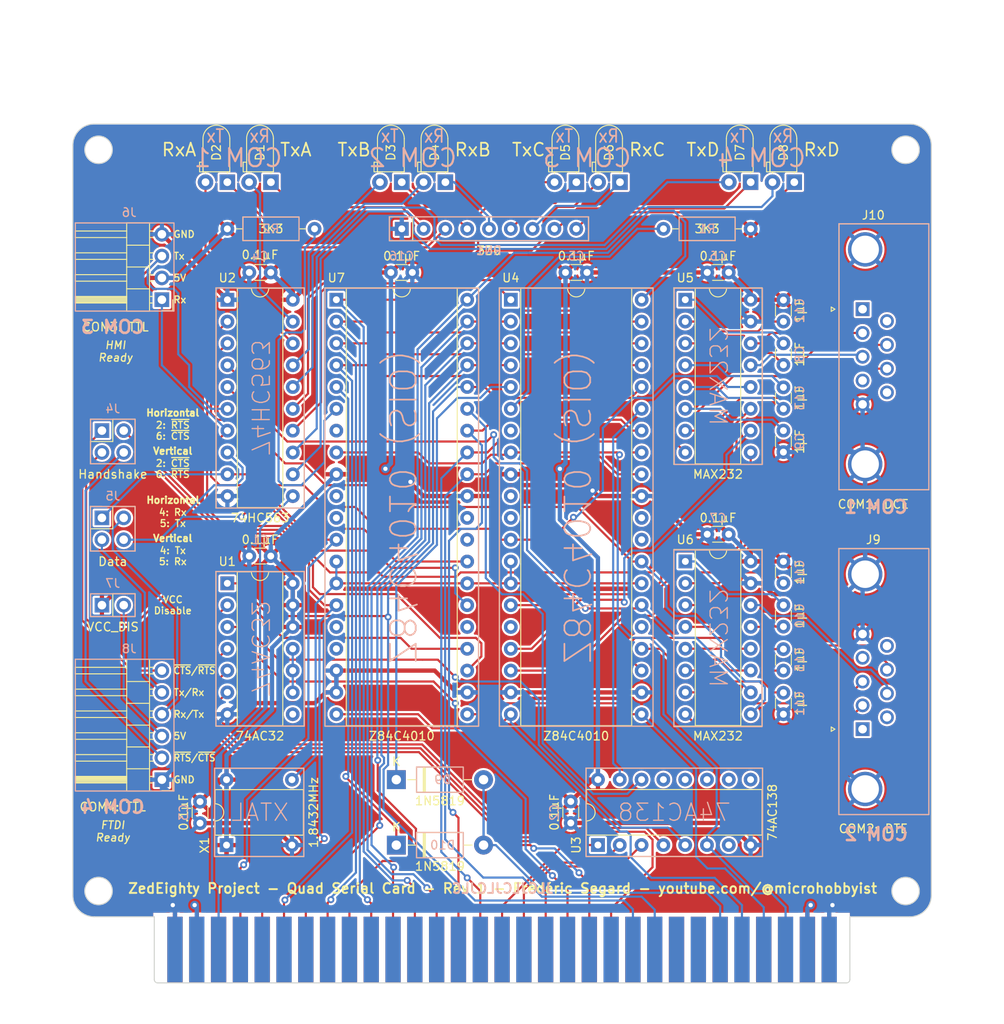
<source format=kicad_pcb>
(kicad_pcb (version 20221018) (generator pcbnew)
  (title_block (title "Processor and memory card") (date "2022-10-24") (rev "1") (company "Frédéric Segard, aka Micro Hobbyist"))
  (layers (0 "F.Cu" signal) (31 "B.Cu" signal) (34 "B.Paste" user) (35 "F.Paste" user) (36 "B.SilkS" user "B.Silkscreen") (37 "F.SilkS" user "F.Silkscreen") (38 "B.Mask" user) (39 "F.Mask" user) (44 "Edge.Cuts" user))
  (net 0 "")
  (net 1 "+5V")
  (net 2 "GND")
  (net 3 "Net-(U5-C1+)")
  (net 4 "Net-(U5-C1-)")
  (net 5 "Net-(U5-VS-)")
  (net 6 "Net-(U6-C1+)")
  (net 7 "Net-(U6-C1-)")
  (net 8 "Net-(U6-VS-)")
  (net 9 "Net-(U5-VS+)")
  (net 10 "Net-(U5-C2+)")
  (net 11 "Net-(U5-C2-)")
  (net 12 "Net-(U6-VS+)")
  (net 13 "Net-(U6-C2+)")
  (net 14 "Net-(U6-C2-)")
  (net 15 "Net-(D1-K)")
  (net 16 "Net-(D1-A)")
  (net 17 "Net-(D2-K)")
  (net 18 "Net-(D2-A)")
  (net 19 "/A7")
  (net 20 "/A6")
  (net 21 "/A5")
  (net 22 "/A4")
  (net 23 "/A3")
  (net 24 "/A1")
  (net 25 "/A0")
  (net 26 "/D0")
  (net 27 "/D1")
  (net 28 "/D2")
  (net 29 "/D3")
  (net 30 "/D4")
  (net 31 "/D5")
  (net 32 "/D6")
  (net 33 "/D7")
  (net 34 "/~{M1}")
  (net 35 "/~{RESET}")
  (net 36 "/CLK")
  (net 37 "/~{INT}")
  (net 38 "/~{RD}")
  (net 39 "/~{IORQ}")
  (net 40 "/A2")
  (net 41 "Net-(D3-K)")
  (net 42 "Net-(D3-A)")
  (net 43 "Net-(D4-K)")
  (net 44 "Net-(D4-A)")
  (net 45 "Net-(D5-K)")
  (net 46 "Net-(D5-A)")
  (net 47 "Net-(D6-K)")
  (net 48 "Net-(D6-A)")
  (net 49 "Net-(D7-K)")
  (net 50 "Net-(D7-A)")
  (net 51 "Net-(D8-K)")
  (net 52 "Net-(D8-A)")
  (net 53 "Net-(D9-K)")
  (net 54 "Net-(D10-K)")
  (net 55 "/RxB")
  (net 56 "/TxB")
  (net 63 "/RxA")
  (net 64 "/SIOCLK")
  (net 65 "/TxA")
  (net 74 "/TxD")
  (net 75 "/RxD")
  (net 76 "/~{CLK}")
  (net 77 "/~{SIO2_CS}")
  (net 78 "/~{SIO1_CS}")
  (net 79 "/TxC")
  (net 80 "/RxC")
  (net 100 "Net-(J4-Pin_1)")
  (net 101 "/COM 3 and 4 (TTL)/~{CTSD}")
  (net 102 "/COM 3 and 4 (TTL)/~{RTSD}")
  (net 103 "Net-(J4-Pin_4)")
  (net 104 "Net-(J5-Pin_2)")
  (net 105 "Net-(J5-Pin_3)")
  (net 106 "Net-(J7-Pin_2)")
  (net 107 "Net-(U6-R2in)")
  (net 108 "Net-(U6-T2out)")
  (net 109 "Net-(U6-T1out)")
  (net 110 "Net-(U6-R1in)")
  (net 112 "Net-(U5-T1out)")
  (net 113 "Net-(U5-R1in)")
  (net 116 "Net-(U5-R2in)")
  (net 117 "Net-(U5-T2out)")
  (net 119 "Net-(U4-IEI)")
  (net 120 "Net-(U7-IEI)")
  (net 121 "Net-(U3-E2)")
  (net 122 "Net-(U3-E1)")
  (net 124 "Net-(U1-Pad10)")
  (net 135 "/COM 1 and 2 (RS-232)/~{RTSA}")
  (net 136 "/COM 1 and 2 (RS-232)/~{CTSA}")
  (net 137 "/COM 1 and 2 (RS-232)/~{CTSB}")
  (net 138 "/COM 1 and 2 (RS-232)/~{RTSB}")
  (footprint "Capacitor_THT:C_Disc_D3.0mm_W1.6mm_P2.50mm" (layer "F.Cu") (at 166.37 66.04 -90)
    (fp_text reference "C8")
    (fp_text value "1µF")
  )
  (footprint "Capacitor_THT:C_Disc_D3.0mm_W1.6mm_P2.50mm" (layer "F.Cu") (at 166.37 71.16 -90)
    (fp_text reference "C13")
    (fp_text value "1µF")
  )
  (footprint "Capacitor_THT:C_Disc_D3.0mm_W1.6mm_P2.50mm" (layer "F.Cu") (at 166.37 101.64 -90)
    (fp_text reference "C15")
    (fp_text value "1µF")
  )
  (footprint "LED_THT:LED_D3.0mm_Horizontal_O1.27mm_Z2.0mm_Clear" (layer "F.Cu") (at 127 47.275 180)
    (fp_text reference "D4")
    (fp_text value "RxB")
  )
  (footprint "Capacitor_THT:C_Disc_D3.0mm_W1.6mm_P2.50mm" (layer "F.Cu") (at 166.37 91.44 -90)
    (fp_text reference "C14")
    (fp_text value "1µF")
  )
  (footprint "Connector_PinHeader_2.54mm:PinHeader_1x06_P2.54mm_Horizontal" (layer "F.Cu") (at 93.98 116.84 180)
    (fp_text reference "J8")
    (fp_text value "COM4: TTL")
  )
  (footprint "Capacitor_THT:C_Disc_D3.0mm_W1.6mm_P2.50mm" (layer "F.Cu") (at 106.66 90.805 180)
    (fp_text reference "C1")
    (fp_text value "0.1µF")
  )
  (footprint "Capacitor_THT:C_Disc_D3.0mm_W1.6mm_P2.50mm" (layer "F.Cu") (at 98.425 119.4 -90)
    (fp_text reference "C3")
    (fp_text value "0.1µF")
  )
  (footprint "Connector_PinHeader_2.54mm:PinHeader_2x02_P2.54mm_Vertical" (layer "F.Cu") (at 86.995 76.2)
    (fp_text reference "J4")
    (fp_text value "Handshake")
  )
  (footprint "LED_THT:LED_D3.0mm_Horizontal_O1.27mm_Z2.0mm_Clear" (layer "F.Cu") (at 101.6 47.275 180)
    (fp_text reference "D2")
    (fp_text value "RxA")
  )
  (footprint "Capacitor_THT:C_Disc_D3.0mm_W1.6mm_P2.50mm" (layer "F.Cu") (at 106.66 57.785 180)
    (fp_text reference "C4")
    (fp_text value "0.1µF")
  )
  (footprint "0 - Library:DIP-8-4_W7.62mm_Oscillator_Socket" (layer "F.Cu") (at 101.5084 124.46 90)
    (fp_text reference "X1")
    (fp_text value "1.8432MHz")
  )
  (footprint "LED_THT:LED_D3.0mm_Horizontal_O1.27mm_Z2.0mm_Clear" (layer "F.Cu") (at 147.335 47.275 180)
    (fp_text reference "D6")
    (fp_text value "RxC")
  )
  (footprint "Package_DIP:DIP-16_W7.62mm_Socket" (layer "F.Cu") (at 144.77 124.45 90)
    (fp_text reference "U3")
    (fp_text value "74AC138")
  )
  (footprint "LED_THT:LED_D3.0mm_Horizontal_O1.27mm_Z2.0mm_Clear" (layer "F.Cu") (at 142.255 47.275 180)
    (fp_text reference "D5")
    (fp_text value "TxC")
  )
  (footprint "LED_THT:LED_D3.0mm_Horizontal_O1.27mm_Z2.0mm_Clear" (layer "F.Cu") (at 162.56 47.275 180)
    (fp_text reference "D7")
    (fp_text value "TxD")
  )
  (footprint "Capacitor_THT:C_Disc_D3.0mm_W1.6mm_P2.50mm" (layer "F.Cu") (at 140.99 57.785)
    (fp_text reference "C5")
    (fp_text value "0.1µF")
  )
  (footprint "Package_DIP:DIP-16_W7.62mm_Socket" (layer "F.Cu") (at 154.95 91.43)
    (fp_text reference "U6")
    (fp_text value "MAX232")
  )
  (footprint "Resistor_THT:R_Axial_DIN0207_L6.3mm_D2.5mm_P10.16mm_Horizontal" (layer "F.Cu") (at 101.6 52.705)
    (fp_text reference "R2")
    (fp_text value "3K3")
  )
  (footprint "Capacitor_THT:C_Disc_D3.0mm_W1.6mm_P2.50mm" (layer "F.Cu") (at 166.37 106.72 -90)
    (fp_text reference "C11")
    (fp_text value "1µF")
  )
  (footprint "LED_THT:LED_D3.0mm_Horizontal_O1.27mm_Z2.0mm_Clear" (layer "F.Cu") (at 167.64 47.275 180)
    (fp_text reference "D8")
    (fp_text value "RxD")
  )
  (footprint "0 - Library:BUS_XT" (layer "F.Cu") (at 133.604 132.802)
    (fp_text reference "J1" hide)
    (fp_text value "EDGE" hide)
    (fp_line (start -50 -2.5) (end -50 -89.8) (stroke (width 0.12)) (layer "Edge.Cuts"))
    (fp_line (start -47.5 -92.3) (end 47.5 -92.3) (stroke (width 0.12)) (layer "Edge.Cuts"))
    (fp_line (start -47.5 0) (end -40.51 0) (stroke (width 0.12)) (layer "Edge.Cuts"))
    (fp_line (start -40.51 7.3) (end -40.51 0) (stroke (width 0.12)) (layer "Edge.Cuts"))
    (fp_line (start -40.11 7.7) (end 40.11 7.7) (stroke (width 0.12)) (layer "Edge.Cuts"))
    (fp_line (start 40.51 7.3) (end 40.51 0) (stroke (width 0.12)) (layer "Edge.Cuts"))
    (fp_line (start 47.5 0) (end 40.51 0) (stroke (width 0.12)) (layer "Edge.Cuts"))
    (fp_line (start 50 -89.8) (end 50 -2.5) (stroke (width 0.12)) (layer "Edge.Cuts"))
    (fp_arc (start -50 -89.8) (mid -49.267767 -91.567767) (end -47.5 -92.3) (stroke (width 0.12)) (layer "Edge.Cuts"))
    (fp_arc (start -47.5 0) (mid -49.267767 -0.732233) (end -50 -2.5) (stroke (width 0.12)) (layer "Edge.Cuts"))
    (fp_arc (start -40.11 7.7) (mid -40.392843 7.582843) (end -40.51 7.3) (stroke (width 0.12)) (layer "Edge.Cuts"))
    (fp_arc (start 40.51 7.3) (mid 40.392843 7.582843) (end 40.11 7.7) (stroke (width 0.12)) (layer "Edge.Cuts"))
    (fp_arc (start 47.5 -92.3) (mid 49.267767 -91.567767) (end 50 -89.8) (stroke (width 0.12)) (layer "Edge.Cuts"))
    (fp_arc (start 50 -2.5) (mid 49.267767 -0.732233) (end 47.5 0) (stroke (width 0.12)) (layer "Edge.Cuts"))
    (fp_circle (center -47 -89.3) (end -45.4 -89.3) (stroke (width 0.12)) (fill none) (layer "Edge.Cuts"))
    (fp_circle (center -47 -3) (end -45.4 -3) (stroke (width 0.12)) (fill none) (layer "Edge.Cuts"))
    (fp_circle (center 47 -89.3) (end 48.6 -89.3) (stroke (width 0.12)) (fill none) (layer "Edge.Cuts"))
    (fp_circle (center 47 -3) (end 48.6 -3) (stroke (width 0.12)) (fill none) (layer "Edge.Cuts"))
  )
  (footprint "Package_DIP:DIP-20_W7.62mm_Socket" (layer "F.Cu") (at 101.61 60.965)
    (fp_text reference "U2")
    (fp_text value "74HC563")
  )
  (footprint "Connector_Dsub:DSUB-9_Female_Horizontal_P2.77x2.84mm_EdgePinOffset4.94mm_Housed_MountingHolesOffset7.48mm" (layer "F.Cu") (at 175.595 62.06 90)
    (fp_text reference "J10")
    (fp_text value "COM1: DCE")
  )
  (footprint "Capacitor_THT:C_Disc_D3.0mm_W1.6mm_P2.50mm" (layer "F.Cu") (at 166.37 96.52 -90)
    (fp_text reference "C10")
    (fp_text value "1µF")
  )
  (footprint "Capacitor_THT:C_Disc_D3.0mm_W1.6mm_P2.50mm" (layer "F.Cu") (at 166.37 76.2 -90)
    (fp_text reference "C9")
    (fp_text value "1µF")
  )
  (footprint "Resistor_THT:R_Array_SIP9" (layer "F.Cu") (at 121.92 52.705)
    (fp_text reference "RN1")
    (fp_text value "330")
  )
  (footprint "Diode_THT:D_DO-41_SOD81_P10.16mm_Horizontal" (layer "F.Cu") (at 121.285 116.84)
    (fp_text reference "D9")
    (fp_text value "1N5819")
  )
  (footprint "LED_THT:LED_D3.0mm_Horizontal_O1.27mm_Z2.0mm_Clear" (layer "F.Cu") (at 121.92 47.275 180)
    (fp_text reference "D3")
    (fp_text value "TxB")
  )
  (footprint "Resistor_THT:R_Axial_DIN0207_L6.3mm_D2.5mm_P10.16mm_Horizontal" (layer "F.Cu") (at 162.56 52.705 180)
    (fp_text reference "R1")
    (fp_text value "3K3")
  )
  (footprint "Capacitor_THT:C_Disc_D3.0mm_W1.6mm_P2.50mm" (layer "F.Cu") (at 160 57.785 180)
    (fp_text reference "C6")
    (fp_text value "0.1µF")
  )
  (footprint "Connector_PinHeader_2.54mm:PinHeader_2x02_P2.54mm_Vertical" (layer "F.Cu") (at 86.99 86.36)
    (fp_text reference "J5")
    (fp_text value "Data")
  )
  (footprint "Capacitor_THT:C_Disc_D3.0mm_W1.6mm_P2.50mm" (layer "F.Cu") (at 160 88.265 180)
    (fp_text reference "C7")
    (fp_text value "0.1µF")
  )
  (footprint "Capacitor_THT:C_Disc_D3.0mm_W1.6mm_P2.50mm" (layer "F.Cu") (at 166.37 61 -90)
    (fp_text reference "C12")
    (fp_text value "1µF")
  )
  (footprint "LED_THT:LED_D3.0mm_Horizontal_O1.27mm_Z2.0mm_Clear" (layer "F.Cu") (at 106.68 47.275 180)
    (fp_text reference "D1")
    (fp_text value "TxA")
  )
  (footprint "Connector_PinHeader_2.54mm:PinHeader_1x02_P2.54mm_Vertical" (layer "F.Cu") (at 86.995 96.52 90)
    (fp_text reference "J7")
    (fp_text value "VCC_DIS")
  )
  (footprint "Package_DIP:DIP-16_W7.62mm_Socket" (layer "F.Cu") (at 154.94 60.96)
    (fp_text reference "U5")
    (fp_text value "MAX232")
  )
  (footprint "Connector_PinHeader_2.54mm:PinHeader_1x04_P2.54mm_Horizontal" (layer "F.Cu") (at 93.98 60.96 180)
    (fp_text reference "J6")
    (fp_text value "COM3: TTL")
  )
  (footprint "Connector_Dsub:DSUB-9_Male_Horizontal_P2.77x2.84mm_EdgePinOffset4.94mm_Housed_MountingHolesOffset7.48mm" (layer "F.Cu") (at 175.595 110.96 90)
    (fp_text reference "J9")
    (fp_text value "COM2: DTE")
  )
  (footprint "Package_DIP:DIP-40_W15.24mm_Socket" (layer "F.Cu") (at 114.3 60.96)
    (fp_text reference "U7")
    (fp_text value "Z84C4010")
  )
  (footprint "Package_DIP:DIP-14_W7.62mm_Socket" (layer "F.Cu") (at 101.6 93.98)
    (fp_text reference "U1")
    (fp_text value "74AC32")
  )
  (footprint "Capacitor_THT:C_Disc_D3.0mm_W1.6mm_P2.50mm" (layer "F.Cu") (at 120.65 57.785)
    (fp_text reference "C16")
    (fp_text value "0.1µF")
  )
  (footprint "Capacitor_THT:C_Disc_D3.0mm_W1.6mm_P2.50mm" (layer "F.Cu") (at 141.605 119.38 -90)
    (fp_text reference "C2")
    (fp_text value "0.1µF")
  )
  (footprint "Package_DIP:DIP-40_W15.24mm_Socket" (layer "F.Cu") (at 134.62 60.96)
    (fp_text reference "U4")
    (fp_text value "Z84C4010")
  )
  (footprint "Diode_THT:D_DO-41_SOD81_P10.16mm_Horizontal" (layer "F.Cu") (at 121.285 124.46)
    (fp_text reference "D10")
    (fp_text value "1N5819")
  )
  (gr_rect (start 123.6472 122.9868) (end 129.0828 125.9332) (stroke (width 0.15)) (fill none) (layer "B.SilkS"))
  (gr_rect (start 123.6472 115.3668) (end 129.0828 118.3132) (stroke (width 0.15)) (fill none) (layer "B.SilkS"))
  (gr_rect (start 85.6488 85.0392) (end 90.8558 90.2208) (stroke (width 0.15)) (fill none) (layer "B.SilkS"))
  (gr_rect (start 133.2992 59.6184) (end 151.1808 110.6216) (stroke (width 0.15)) (fill none) (layer "B.SilkS"))
  (gr_rect (start 143.383 115.4938) (end 163.9316 125.7808) (stroke (width 0.15)) (fill none) (layer "B.SilkS"))
  (gr_rect (start 172.8216 89.9414) (end 183.3118 120.904) (stroke (width 0.15)) (fill none) (layer "B.SilkS"))
  (gr_rect (start 103.4288 51.3334) (end 109.9566 54.0766) (stroke (width 0.15)) (fill none) (layer "B.SilkS"))
  (gr_rect (start 153.66 59.6138) (end 163.9216 80.137) (stroke (width 0.15)) (fill none) (layer "B.SilkS"))
  (gr_rect (start 85.6742 74.8792) (end 90.8558 80.0608) (stroke (width 0.15)) (fill none) (layer "B.SilkS"))
  (gr_rect (start 172.847 52.1208) (end 183.3118 83.0834) (stroke (width 0.15)) (fill none) (layer "B.SilkS"))
  (gr_rect (start 85.6742 95.1992) (end 90.8558 97.8408) (stroke (width 0.15)) (fill none) (layer "B.SilkS"))
  (gr_rect (start 100.3046 59.5884) (end 110.5662 85.217) (stroke (width 0.15)) (fill none) (layer "B.SilkS"))
  (gr_rect (start 100.1268 115.5192) (end 110.5154 125.7808) (stroke (width 0.15)) (fill none) (layer "B.SilkS"))
  (gr_rect (start 83.8962 102.8192) (end 95.3897 118.1608) (stroke (width 0.15)) (fill none) (layer "B.SilkS"))
  (gr_rect (start 100.2792 92.6084) (end 110.5662 110.5916) (stroke (width 0.15)) (fill none) (layer "B.SilkS"))
  (gr_rect (start 83.8962 52.0192) (end 95.3897 62.2808) (stroke (width 0.15)) (fill none) (layer "B.SilkS"))
  (gr_rect (start 112.9792 59.6184) (end 130.8608 110.6216) (stroke (width 0.15)) (fill none) (layer "B.SilkS"))
  (gr_rect (start 120.4722 51.308) (end 143.6624 54.0766) (stroke (width 0.15)) (fill none) (layer "B.SilkS"))
  (gr_rect (start 154.2288 51.3588) (end 160.7566 54.0766) (stroke (width 0.15)) (fill none) (layer "B.SilkS"))
  (gr_rect (start 153.6192 90.0938) (end 163.8808 110.6678) (stroke (width 0.15)) (fill none) (layer "B.SilkS"))
  (gr_text "JLCJLCJLCJLC" (at 133.6675 130.175) (layer "B.SilkS") (effects (font (size 1.15 1.15) (thickness 0.22) bold) (justify bottom mirror)))
  (gr_text "74AC32" (at 105.41 101.6 270) (layer "B.SilkS") (effects (font (size 2 2)) (justify mirror)))
  (gr_text "COM 4" (at 88.265 120.015) (layer "B.SilkS") (effects (font (size 1.5 1.5) (thickness 0.3) bold) (justify mirror)))
  (gr_text "COM 2" (at 123.19 44.45) (layer "B.SilkS") (effects (font (size 2.1 2.1) (thickness 0.25)) (justify mirror)))
  (gr_text "Rx   Tx" (at 163.83 41.91) (layer "B.SilkS") (effects (font (size 1.5 1.3) (thickness 0.2)) (justify mirror)))
  (gr_text "MAX232" (at 158.75 69.85 -90) (layer "B.SilkS") (effects (font (size 2 2)) (justify mirror)))
  (gr_text "MAX232" (at 158.75 100.33 -90) (layer "B.SilkS") (effects (font (size 2 2)) (justify mirror)))
  (gr_text "Rx   Tx" (at 123.19 41.91) (layer "B.SilkS") (effects (font (size 1.5 1.3) (thickness 0.2)) (justify mirror)))
  (gr_text "COM 3" (at 88.265 64.135) (layer "B.SilkS") (effects (font (size 1.5 1.5) (thickness 0.3) bold) (justify mirror)))
  (gr_text "Z84C4010 (SIO)" (at 121.92 85.09 270) (layer "B.SilkS") (effects (font (size 3 3) (thickness 0.2)) (justify mirror)))
  (gr_text "74HC563" (at 105.41 72.39 270) (layer "B.SilkS") (effects (font (size 2 2)) (justify mirror)))
  (gr_text "Z84C4010 (SIO)" (at 142.24 85.09 270) (layer "B.SilkS") (effects (font (size 3 3) (thickness 0.2)) (justify mirror)))
  (gr_text "COM 3" (at 143.51 44.45) (layer "B.SilkS") (effects (font (size 2.1 2.1) (thickness 0.25)) (justify mirror)))
  (gr_text "74AC138" (at 153.67 120.65) (layer "B.SilkS") (effects (font (size 2 2)) (justify mirror)))
  (gr_text "COM 2" (at 177.165 123.19) (layer "B.SilkS") (effects (font (size 1.5 1.5) (thickness 0.3) bold) (justify mirror)))
  (gr_text "XTAL" (at 105.41 120.65) (layer "B.SilkS") (effects (font (size 2 2)) (justify mirror)))
  (gr_text "Rx   Tx" (at 102.87 41.91) (layer "B.SilkS") (effects (font (size 1.5 1.3) (thickness 0.2)) (justify mirror)))
  (gr_text "COM 1" (at 102.87 44.45) (layer "B.SilkS") (effects (font (size 2.1 2.1) (thickness 0.25)) (justify mirror)))
  (gr_text "COM 4" (at 163.83 44.45) (layer "B.SilkS") (effects (font (size 2.1 2.1) (thickness 0.25)) (justify mirror)))
  (gr_text "Rx   Tx" (at 143.51 41.91) (layer "B.SilkS") (effects (font (size 1.5 1.3) (thickness 0.2)) (justify mirror)))
  (gr_text "COM 1" (at 177.165 85.09) (layer "B.SilkS") (effects (font (size 1.5 1.5) (thickness 0.3) bold) (justify mirror)))
  (gr_text "FTDI\nReady" (at 88.265 121.6025) (layer "F.SilkS") (effects (font (size 0.9 0.9) (thickness 0.15) italic) (justify top)))
  (gr_text "GND" (at 95.25 116.84) (layer "F.SilkS") (effects (font (size 0.8 0.8)) (justify left)))
  (gr_text "~{CTS}/~{RTS}" (at 95.25 104.14) (layer "F.SilkS") (effects (font (size 0.8 0.75)) (justify left)))
  (gr_text "4: Tx\n5: Rx\n" (at 95.25 90.805) (layer "F.SilkS") (effects (font (size 0.8 0.8))))
  (gr_text "Horizontal" (at 92.075 83.82) (layer "F.SilkS") (effects (font (size 0.8 0.8) (thickness 0.2) bold) (justify left top)))
  (gr_text "ZedEighty Project - Quad Serial Card - Rev 1 - Frédéric Segard - youtube.com/@microhobbyist" (at 133.6675 130.175) (layer "F.SilkS") (effects (font (size 1.15 1.15) (thickness 0.22) bold) (justify bottom)))
  (gr_text "Tx/Rx" (at 95.25 106.68) (layer "F.SilkS") (effects (font (size 0.8 0.8)) (justify left)))
  (gr_text "2: ~{RTS}\n6: ~{CTS}" (at 95.25 76.2) (layer "F.SilkS") (effects (font (size 0.8 0.8))))
  (gr_text "~{RTS}/~{CTS}" (at 95.25 114.3) (layer "F.SilkS") (effects (font (size 0.8 0.75)) (justify left)))
  (gr_text "GND" (at 95.25 53.34) (layer "F.SilkS") (effects (font (size 0.8 0.8)) (justify left)))
  (gr_text "VCC\nDisable" (at 95.25 96.52) (layer "F.SilkS") (effects (font (size 0.8 0.8) (thickness 0.15) bold)))
  (gr_text "Rx/Tx" (at 95.25 109.22) (layer "F.SilkS") (effects (font (size 0.8 0.8)) (justify left)))
  (gr_text "5V" (at 95.25 111.76) (layer "F.SilkS") (effects (font (size 0.8 0.8)) (justify left)))
  (gr_text "5V" (at 95.25 58.42) (layer "F.SilkS") (effects (font (size 0.8 0.8)) (justify left)))
  (gr_text "Vertical" (at 95.25 88.265) (layer "F.SilkS") (effects (font (size 0.8 0.8) (thickness 0.2) bold) (justify top)))
  (gr_text "HMI\nReady" (at 88.5825 65.7225) (layer "F.SilkS") (effects (font (size 0.9 0.9) (thickness 0.15) italic) (justify top)))
  (gr_text "2: ~{CTS}\n6: ~{RTS}" (at 95.25 80.645) (layer "F.SilkS") (effects (font (size 0.8 0.8))))
  (gr_text "Vertical" (at 95.25 78.105) (layer "F.SilkS") (effects (font (size 0.8 0.8) (thickness 0.2) bold) (justify top)))
  (gr_text "Horizontal" (at 95.25 73.66) (layer "F.SilkS") (effects (font (size 0.8 0.8) (thickness 0.2) bold) (justify top)))
  (gr_text "Tx" (at 95.25 55.88) (layer "F.SilkS") (effects (font (size 0.8 0.8)) (justify left)))
  (gr_text "4: Rx\n5: Tx\n" (at 95.25 86.36) (layer "F.SilkS") (effects (font (size 0.8 0.8))))
  (gr_text "Rx" (at 95.25 60.96) (layer "F.SilkS") (effects (font (size 0.8 0.8)) (justify left)))
  (segment locked (start 119.38 81.28) (end 120.015 80.645) (width 0.5) (layer "F.Cu") (net 1))
  (segment (start 98.044 131.699) (end 97.79 131.445) (width 0.5) (layer "F.Cu") (net 1))
  (segment locked (start 100.985 116.84) (end 98.425 119.4) (width 0.5) (layer "F.Cu") (net 1))
  (segment locked (start 139.7 81.28) (end 140.335 80.645) (width 0.5) (layer "F.Cu") (net 1))
  (segment (start 144.77 116.83) (end 144.155 116.83) (width 0.5) (layer "F.Cu") (net 1))
  (segment locked (start 101.5084 116.84) (end 100.985 116.84) (width 0.5) (layer "F.Cu") (net 1))
  (segment (start 101.5084 124.46) (end 101.5084 125.7103) (width 0.5) (layer "F.Cu") (net 1))
  (segment (start 105.136 92.329) (end 106.66 90.805) (width 0.5) (layer "F.Cu") (net 1))
  (segment (start 162.56 55.225) (end 162.56 52.705) (width 0.5) (layer "F.Cu") (net 1))
  (segment locked (start 114.3 81.28) (end 119.38 81.28) (width 0.5) (layer "F.Cu") (net 1))
  (segment (start 133.0041 81.28) (end 131.7341 82.55) (width 0.5) (layer "F.Cu") (net 1))
  (segment locked (start 144.155 116.83) (end 141.605 119.38) (width 0.5) (layer "F.Cu") (net 1))
  (segment (start 119.38 81.28) (end 120.015 80.645) (width 0.5) (layer "F.Cu") (net 1))
  (segment (start 162.56 60.96) (end 166.33 60.96) (width 0.5) (layer "F.Cu") (net 1))
  (segment (start 112.41 57.785) (end 120.65 57.785) (width 0.5) (layer "F.Cu") (net 1))
  (segment (start 98.044 136.612) (end 98.044 131.699) (width 0.5) (layer "F.Cu") (net 1))
  (segment (start 169.545 128.8057) (end 169.545 131.445) (width 0.5) (layer "F.Cu") (net 1))
  (segment (start 123.2082 80.645) (end 120.015 80.645) (width 0.5) (layer "F.Cu") (net 1))
  (segment (start 158.8443 118.105) (end 169.545 128.8057) (width 0.5) (layer "F.Cu") (net 1))
  (segment (start 97.79 129.4287) (end 97.79 131.445) (width 0.5) (layer "F.Cu") (net 1))
  (segment (start 100.985 116.84) (end 98.425 119.4) (width 0.5) (layer "F.Cu") (net 1))
  (segment (start 145.034 80.645) (end 140.335 80.645) (width 0.5) (layer "F.Cu") (net 1))
  (segment (start 114.3 81.28) (end 119.38 81.28) (width 0.5) (layer "F.Cu") (net 1))
  (segment (start 142.88 118.105) (end 158.8443 118.105) (width 0.5) (layer "F.Cu") (net 1))
  (segment (start 131.7341 82.55) (end 125.1132 82.55) (width 0.5) (layer "F.Cu") (net 1))
  (segment (start 166.33 60.96) (end 166.37 61) (width 0.5) (layer "F.Cu") (net 1))
  (segment (start 160 88.265) (end 154.3046 82.5696) (width 0.5) (layer "F.Cu") (net 1))
  (segment (start 154.3046 82.5696) (end 146.9586 82.5696) (width 0.5) (layer "F.Cu") (net 1))
  (segment (start 139.7 81.28) (end 140.335 80.645) (width 0.5) (layer "F.Cu") (net 1))
  (segment (start 101.508 116.84) (end 101.5084 116.84) (width 0.5) (layer "F.Cu") (net 1))
  (segment (start 142.88 118.105) (end 141.605 119.38) (width 0.5) (layer "F.Cu") (net 1))
  (segment locked (start 134.62 81.28) (end 139.7 81.28) (width 0.5) (layer "F.Cu") (net 1))
  (segment (start 106.66 57.765) (end 101.6 52.705) (width 0.5) (layer "F.Cu") (net 1))
  (segment (start 106.66 57.785) (end 106.66 57.765) (width 0.5) (layer "F.Cu") (net 1))
  (segment (start 169.164 136.612) (end 169.164 131.826) (width 0.5) (layer "F.Cu") (net 1))
  (segment (start 125.1132 82.55) (end 123.2082 80.645) (width 0.5) (layer "F.Cu") (net 1))
  (segment (start 134.62 81.28) (end 133.0041 81.28) (width 0.5) (layer "F.Cu") (net 1))
  (segment (start 134.62 81.28) (end 139.7 81.28) (width 0.5) (layer "F.Cu") (net 1))
  (segment locked (start 144.77 116.83) (end 144.155 116.83) (width 0.5) (layer "F.Cu") (net 1))
  (segment (start 162.57 91.43) (end 166.36 91.43) (width 0.5) (layer "F.Cu") (net 1))
  (segment (start 101.5084 125.7103) (end 97.79 129.4287) (width 0.5) (layer "F.Cu") (net 1))
  (segment (start 91.186 92.329) (end 105.136 92.329) (width 0.5) (layer "F.Cu") (net 1))
  (segment (start 144.155 116.83) (end 142.88 118.105) (width 0.5) (layer "F.Cu") (net 1))
  (segment (start 160 57.785) (end 162.56 55.225) (width 0.5) (layer "F.Cu") (net 1))
  (segment (start 86.995 96.52) (end 91.186 92.329) (width 0.5) (layer "F.Cu") (net 1))
  (segment (start 109.23 60.965) (end 112.41 57.785) (width 0.5) (layer "F.Cu") (net 1))
  (segment (start 166.36 91.43) (end 166.37 91.44) (width 0.5) (layer "F.Cu") (net 1))
  (segment (start 142.514 59.309) (end 158.476 59.309) (width 0.5) (layer "F.Cu") (net 1))
  (segment (start 158.476 59.309) (end 160 57.785) (width 0.5) (layer "F.Cu") (net 1))
  (segment (start 169.164 131.826) (end 169.545 131.445) (width 0.5) (layer "F.Cu") (net 1))
  (segment (start 140.99 57.785) (end 142.514 59.309) (width 0.5) (layer "F.Cu") (net 1))
  (segment (start 146.9586 82.5696) (end 145.034 80.645) (width 0.5) (layer "F.Cu") (net 1))
  (segment (start 101.508 116.84) (end 100.985 116.84) (width 0.5) (layer "F.Cu") (net 1))
  (via (at 97.79 131.445) (size 1) (drill 0.5) (layers "F.Cu" "B.Cu") (net 1))
  (via locked (at 120.015 80.645) (size 1) (drill 0.5) (layers "F.Cu" "B.Cu") (net 1))
  (via (at 169.545 131.445) (size 1) (drill 0.5) (layers "F.Cu" "B.Cu") (net 1))
  (via locked (at 140.335 80.645) (size 1) (drill 0.5) (layers "F.Cu" "B.Cu") (net 1))
  (segment (start 93.98 58.42) (end 95.885 58.42) (width 0.5) (layer "B.Cu") (net 1))
  (segment (start 109.23 60.965) (end 109.23 60.355) (width 0.5) (layer "B.Cu") (net 1))
  (segment (start 101.508 116.84) (end 101.508 124.4589) (width 0.5) (layer "B.Cu") (net 1))
  (segment locked (start 120.65 80.01) (end 120.015 80.645) (width 0.5) (layer "B.Cu") (net 1))
  (segment (start 169.164 131.826) (end 169.545 131.445) (width 0.5) (layer "B.Cu") (net 1))
  (segment locked (start 109.23 60.965) (end 109.23 60.355) (width 0.5) (layer "B.Cu") (net 1))
  (segment (start 101.5084 116.84) (end 101.508 116.84) (width 0.5) (layer "B.Cu") (net 1))
  (segment (start 120.65 57.785) (end 120.65 80.01) (width 0.5) (layer "B.Cu") (net 1))
  (segment locked (start 109.23 60.355) (end 106.66 57.785) (width 0.5) (layer "B.Cu") (net 1))
  (segment locked (start 162.56 60.96) (end 162.56 60.345) (width 0.5) (layer "B.Cu") (net 1))
  (segment (start 114.3 81.28) (end 106.66 88.92) (width 0.5) (layer "B.Cu") (net 1))
  (segment locked (start 140.99 57.785) (end 140.99 79.99) (width 0.5) (layer "B.Cu") (net 1))
  (segment locked (start 109.22 93.98) (end 109.22 93.365) (width 0.5) (layer "B.Cu") (net 1))
  (segment (start 109.22 96.52) (end 109.22 99.06) (width 0.5) (layer "B.Cu") (net 1))
  (segment (start 162.56 60.345) (end 160 57.785) (width 0.5) (layer "B.Cu") (net 1))
  (segment (start 101.508 124.4589) (end 101.508 124.46) (width 0.5) (layer "B.Cu") (net 1))
  (segment (start 95.885 58.42) (end 101.6 52.705) (width 0.5) (layer "B.Cu") (net 1))
  (segment (start 101.5084 114.0106) (end 106.807 108.712) (width 0.5) (layer "B.Cu") (net 1))
  (segment locked (start 101.5084 116.84) (end 101.5084 124.46) (width 0.5) (layer "B.Cu") (net 1))
  (segment locked (start 109.22 93.365) (end 106.66 90.805) (width 0.5) (layer "B.Cu") (net 1))
  (segment (start 101.5084 124.4593) (end 101.5084 124.46) (width 0.5) (layer "B.Cu") (net 1))
  (segment (start 98.044 136.612) (end 98.044 131.699) (width 0.5) (layer "B.Cu") (net 1))
  (segment (start 106.807 101.473) (end 109.22 99.06) (width 0.5) (layer "B.Cu") (net 1))
  (segment (start 106.807 108.712) (end 106.807 101.473) (width 0.5) (layer "B.Cu") (net 1))
  (segment (start 140.99 57.785) (end 140.99 79.99) (width 0.5) (layer "B.Cu") (net 1))
  (segment (start 101.508 124.4589) (end 101.5084 124.4593) (width 0.5) (layer "B.Cu") (net 1))
  (segment locked (start 162.56 60.345) (end 160 57.785) (width 0.5) (layer "B.Cu") (net 1))
  (segment (start 162.57 91.43) (end 162.57 90.835) (width 0.5) (layer "B.Cu") (net 1))
  (segment (start 169.164 136.612) (end 169.164 131.826) (width 0.5) (layer "B.Cu") (net 1))
  (segment (start 140.335 80.645) (end 140.335 86.5601) (width 0.5) (layer "B.Cu") (net 1))
  (segment locked (start 120.65 57.785) (end 120.65 80.01) (width 0.5) (layer "B.Cu") (net 1))
  (segment locked (start 162.57 90.835) (end 160 88.265) (width 0.5) (layer "B.Cu") (net 1))
  (segment (start 109.22 93.98) (end 109.22 93.365) (width 0.5) (layer "B.Cu") (net 1))
  (segment (start 98.044 131.699) (end 97.79 131.445) (width 0.5) (layer "B.Cu") (net 1))
  (segment locked (start 140.99 79.99) (end 140.335 80.645) (width 0.5) (layer "B.Cu") (net 1))
  (segment (start 140.335 86.5601) (end 144.77 90.9951) (width 0.5) (layer "B.Cu") (net 1))
  (segment (start 101.5084 116.84) (end 101.5084 114.0106) (width 0.5) (layer "B.Cu") (net 1))
  (segment (start 109.22 93.98) (end 109.22 96.52) (width 0.5) (layer "B.Cu") (net 1))
  (segment (start 144.77 90.9951) (end 144.77 115.5797) (width 0.5) (layer "B.Cu") (net 1))
  (segment (start 140.99 79.99) (end 140.335 80.645) (width 0.5) (layer "B.Cu") (net 1))
  (segment (start 106.66 88.92) (end 106.66 90.805) (width 0.5) (layer "B.Cu") (net 1))
  (segment (start 144.77 116.83) (end 144.77 115.5797) (width 0.5) (layer "B.Cu") (net 1))
  (segment (start 109.23 60.355) (end 106.66 57.785) (width 0.5) (layer "B.Cu") (net 1))
  (segment (start 162.56 60.96) (end 162.56 60.345) (width 0.5) (layer "B.Cu") (net 1))
  (segment (start 120.65 80.01) (end 120.015 80.645) (width 0.5) (layer "B.Cu") (net 1))
  (segment (start 162.57 90.835) (end 160 88.265) (width 0.5) (layer "B.Cu") (net 1))
  (segment (start 109.22 93.365) (end 106.66 90.805) (width 0.5) (layer "B.Cu") (net 1))
  (segment locked (start 162.57 91.43) (end 162.57 90.835) (width 0.5) (layer "B.Cu") (net 1))
  (segment (start 113.0497 106.68) (end 111.7994 107.9303) (width 0.5) (layer "F.Cu") (net 2))
  (segment (start 106.5684 121.9) (end 109.1284 124.46) (width 0.5) (layer "F.Cu") (net 2))
  (segment (start 125.7497 104.14) (end 114.3 104.14) (width 0.5) (layer "F.Cu") (net 2))
  (segment (start 101.61 60.965) (end 101.605 60.965) (width 0.5) (layer "F.Cu") (net 2))
  (segment (start 101.605 60.965) (end 93.98 53.34) (width 0.5) (layer "F.Cu") (net 2))
  (segment (start 98.425 121.9) (end 106.5684 121.9) (width 0.5) (layer "F.Cu") (net 2))
  (segment (start 95.504 131.699) (end 95.25 131.445) (width 0.5) (layer "F.Cu") (net 2))
  (segment (start 104.14 107.9303) (end 102.8503 109.22) (width 0.5) (layer "F.Cu") (net 2))
  (segment (start 143.5101 82.5501) (end 144.145 83.185) (width 0.5) (layer "F.Cu") (net 2))
  (segment (start 133.7196 82.5501) (end 143.5101 82.5501) (width 0.5) (layer "F.Cu") (net 2))
  (segment (start 159.98 121.88) (end 162.55 124.45) (width 0.5) (layer "F.Cu") (net 2))
  (segment (start 171.704 136.612) (end 171.704 131.826) (width 0.5) (layer "F.Cu") (net 2))
  (segment (start 149.86 83.82) (end 144.78 83.82) (width 0.5) (layer "F.Cu") (net 2))
  (segment (start 114.3 106.68) (end 113.0497 106.68) (width 0.5) (layer "F.Cu") (net 2))
  (segment (start 149.86 106.68) (end 148.6097 106.68) (width 0.5) (layer "F.Cu") (net 2))
  (segment (start 134.62 106.68) (end 148.6097 106.68) (width 0.5) (layer "F.Cu") (net 2))
  (segment (start 128.2897 106.68) (end 125.7497 104.14) (width 0.5) (layer "F.Cu") (net 2))
  (segment (start 155.5553 88.265) (end 151.1103 83.82) (width 0.5) (layer "F.Cu") (net 2))
  (segment locked (start 129.54 83.82) (end 124.46 83.82) (width 0.5) (layer "F.Cu") (net 2))
  (segment (start 149.86 83.82) (end 151.1103 83.82) (width 0.5) (layer "F.Cu") (net 2))
  (segment locked (start 149.86 83.82) (end 144.78 83.82) (width 0.5) (layer "F.Cu") (net 2))
  (segment (start 141.605 121.88) (end 159.98 121.88) (width 0.5) (layer "F.Cu") (net 2))
  (segment (start 163.8203 93.97) (end 165.0803 95.23) (width 0.5) (layer "F.Cu") (net 2))
  (segment (start 101.6 109.22) (end 102.8503 109.22) (width 0.5) (layer "F.Cu") (net 2))
  (segment (start 122.936 82.296) (end 122.936 82.169) (width 0.5) (layer "F.Cu") (net 2))
  (segment (start 173.585 95.23) (end 175.895 92.92) (width 0.5) (layer "F.Cu") (net 2))
  (segment (start 129.54 106.68) (end 128.2897 106.68) (width 0.5) (layer "F.Cu") (net 2))
  (segment (start 129.54 83.82) (end 132.4497 83.82) (width 0.5) (layer "F.Cu") (net 2))
  (segment (start 132.4497 83.82) (end 133.7196 82.5501) (width 0.5) (layer "F.Cu") (net 2))
  (segment (start 95.504 136.612) (end 95.504 131.699) (width 0.5) (layer "F.Cu") (net 2))
  (segment (start 124.46 83.82) (end 122.936 82.296) (width 0.5) (layer "F.Cu") (net 2))
  (segment locked (start 144.78 83.82) (end 144.145 83.185) (width 0.5) (layer "F.Cu") (net 2))
  (segment (start 165.0803 95.23) (end 173.585 95.23) (width 0.5) (layer "F.Cu") (net 2))
  (segment (start 162.57 93.97) (end 163.8203 93.97) (width 0.5) (layer "F.Cu") (net 2))
  (segment (start 157.5 88.265) (end 155.5553 88.265) (width 0.5) (layer "F.Cu") (net 2))
  (segment (start 157.5 57.785) (end 143.49 57.785) (width 0.5) (layer "F.Cu") (net 2))
  (segment (start 111.7994 107.9303) (end 104.14 107.9303) (width 0.5) (layer "F.Cu") (net 2))
  (segment (start 171.704 131.826) (end 172.085 131.445) (width 0.5) (layer "F.Cu") (net 2))
  (segment (start 144.78 83.82) (end 144.145 83.185) (width 0.5) (layer "F.Cu") (net 2))
  (via (at 122.936 82.169) (size 1) (drill 0.5) (layers "F.Cu" "B.Cu") (net 2))
  (via (at 95.25 131.445) (size 1) (drill 0.5) (layers "F.Cu" "B.Cu") (net 2))
  (via locked (at 144.145 83.185) (size 1) (drill 0.5) (layers "F.Cu" "B.Cu") (net 2))
  (via (at 172.085 131.445) (size 1) (drill 0.5) (layers "F.Cu" "B.Cu") (net 2))
  (segment (start 98.425 121.9) (end 93.98 117.455) (width 0.5) (layer "B.Cu") (net 2))
  (segment (start 101.61 83.825) (end 102.758 83.825) (width 0.5) (layer "B.Cu") (net 2))
  (segment locked (start 162.57 93.97) (end 157.5 88.9) (width 0.5) (layer "B.Cu") (net 2))
  (segment locked (start 143.49 82.53) (end 144.145 83.185) (width 0.5) (layer "B.Cu") (net 2))
  (segment (start 104.16 105.39) (end 104.16 90.805) (width 0.5) (layer "B.Cu") (net 2))
  (segment (start 182.245 61.45) (end 175.895 55.1) (width 0.5) (layer "B.Cu") (net 2))
  (segment (start 182.245 99.27) (end 179.225 96.25) (width 0.5) (layer "B.Cu") (net 2))
  (segment (start 132.207 112.482) (end 141.605 121.88) (width 0.5) (layer "B.Cu") (net 2))
  (segment (start 123.15 81.955) (end 122.936 82.169) (width 0.5) (layer "B.Cu") (net 2))
  (segment (start 143.49 82.53) (end 144.145 83.185) (width 0.5) (layer "B.Cu") (net 2))
  (segment locked (start 182.245 99.27) (end 175.895 92.92) (width 0.5) (layer "B.Cu") (net 2))
  (segment (start 175.595 99.88) (end 175.595 93.22) (width 0.5) (layer "B.Cu") (net 2))
  (segment (start 103.6304 60.1949) (end 102.8603 60.965) (width 0.5) (layer "B.Cu") (net 2))
  (segment (start 176.715 79.28) (end 176.135 78.7) (width 0.5) (layer "B.Cu") (net 2))
  (segment (start 157.5 58.44) (end 157.5 57.785) (width 0.5) (layer "B.Cu") (net 2))
  (segment (start 176.135 78.7) (end 175.595 78.7) (width 0.5) (layer "B.Cu") (net 2))
  (segment (start 175.4825 118.3325) (end 166.37 109.22) (width 0.5) (layer "B.Cu") (net 2))
  (segment locked (start 175.895 80.1) (end 182.245 73.75) (width 0.5) (layer "B.Cu") (net 2))
  (segment locked (start 157.5 58.44) (end 157.5 57.785) (width 0.5) (layer "B.Cu") (net 2))
  (segment (start 129.54 106.68) (end 132.207 106.68) (width 0.5) (layer "B.Cu") (net 2))
  (segment (start 162.55 124.45) (end 163.8003 124.45) (width 0.5) (layer "B.Cu") (net 2))
  (segment locked (start 162.56 63.5) (end 157.5 58.44) (width 0.5) (layer "B.Cu") (net 2))
  (segment (start 95.504 131.699) (end 95.25 131.445) (width 0.5) (layer "B.Cu") (net 2))
  (segment (start 93.98 116.84) (end 101.6 109.22) (width 0.5) (layer "B.Cu") (net 2))
  (segment (start 176.715 79.28) (end 182.245 73.75) (width 0.5) (layer "B.Cu") (net 2))
  (segment (start 172.085 131.445) (end 172.085 124.45) (width 0.5) (layer "B.Cu") (net 2))
  (segment (start 104.14 105.41) (end 104.16 105.39) (width 0.5) (layer "B.Cu") (net 2))
  (segment (start 175.595 78.7) (end 175.595 73.14) (width 0.5) (layer "B.Cu") (net 2))
  (segment (start 171.704 131.826) (end 172.085 131.445) (width 0.5) (layer "B.Cu") (net 2))
  (segment (start 93.98 117.455) (end 93.98 116.84) (width 0.5) (layer "B.Cu") (net 2))
  (segment (start 104.16 60.1949) (end 104.16 57.785) (width 0.5) (layer "B.Cu") (net 2))
  (segment (start 95.25 125.075) (end 98.425 121.9) (width 0.5) (layer "B.Cu") (net 2))
  (segment (start 123.15 57.785) (end 123.15 55.1853) (width 0.5) (layer "B.Cu") (net 2))
  (segment (start 143.49 57.785) (end 143.49 82.53) (width 0.5) (layer "B.Cu") (net 2))
  (segment (start 95.504 136.612) (end 95.504 131.699) (width 0.5) (layer "B.Cu") (net 2))
  (segment locked (start 104.16 82.423) (end 104.16 57.785) (width 0.5) (layer "B.Cu") (net 2))
  (segment (start 175.4825 118.3325) (end 175.895 117.92) (width 0.5) (layer "B.Cu") (net 2))
  (segment (start 101.61 60.965) (end 102.8603 60.965) (width 0.5) (layer "B.Cu") (net 2))
  (segment locked (start 182.245 61.45) (end 175.895 55.1) (width 0.5) (layer "B.Cu") (net 2))
  (segment locked (start 104.16 106.66) (end 104.16 90.805) (width 0.5) (layer "B.Cu") (net 2))
  (segment locked (start 175.895 117.92) (end 182.245 111.57) (width 0.5) (layer "B.Cu") (net 2))
  (segment (start 172.085 124.45) (end 172.085 121.73) (width 0.5) (layer "B.Cu") (net 2))
  (segment (start 172.085 124.45) (end 163.8003 124.45) (width 0.5) (layer "B.Cu") (net 2))
  (segment locked (start 157.5 88.9) (end 157.5 88.265) (width 0.5) (layer "B.Cu") (net 2))
  (segment (start 175.895 80.1) (end 176.715 79.28) (width 0.5) (layer "B.Cu") (net 2))
  (segment (start 102.758 83.825) (end 104.16 82.423) (width 0.5) (layer "B.Cu") (net 2))
  (segment (start 175.895 92.92) (end 175.895 80.1) (width 0.5) (layer "B.Cu") (net 2))
  (segment (start 104.16 90.805) (end 104.16 82.423) (width 0.5) (layer "B.Cu") (net 2))
  (segment (start 175.595 93.22) (end 175.895 92.92) (width 0.5) (layer "B.Cu") (net 2))
  (segment locked (start 182.245 73.75) (end 182.245 61.45) (width 0.5) (layer "B.Cu") (net 2))
  (segment (start 114.3 104.14) (end 114.3 106.68) (width 0.5) (layer "B.Cu") (net 2))
  (segment (start 162.56 63.5) (end 157.5 58.44) (width 0.5) (layer "B.Cu") (net 2))
  (segment (start 175.595 78.7) (end 166.37 78.7) (width 0.5) (layer "B.Cu") (net 2))
  (segment (start 175.895 117.92) (end 182.245 111.57) (width 0.5) (layer "B.Cu") (net 2))
  (segment locked (start 143.49 57.785) (end 143.49 82.53) (width 0.5) (layer "B.Cu") (net 2))
  (segment (start 172.085 121.73) (end 175.4825 118.3325) (width 0.5) (layer "B.Cu") (net 2))
  (segment locked (start 101.6 109.22) (end 104.16 106.66) (width 0.5) (layer "B.Cu") (net 2))
  (segment (start 171.704 136.612) (end 171.704 131.826) (width 0.5) (layer "B.Cu") (net 2))
  (segment (start 123.15 55.1853) (end 121.92 53.9553) (width 0.5) (layer "B.Cu") (net 2))
  (segment locked (start 175.895 92.92) (end 175.895 80.1) (width 0.5) (layer "B.Cu") (net 2))
  (segment (start 104.16 60.1949) (end 103.6304 60.1949) (width 0.5) (layer "B.Cu") (net 2))
  (segment (start 132.207 106.68) (end 132.207 112.482) (width 0.5) (layer "B.Cu") (net 2))
  (segment (start 132.207 106.68) (end 134.62 106.68) (width 0.5) (layer "B.Cu") (net 2))
  (segment (start 121.92 52.705) (end 121.92 53.9553) (width 0.5) (layer "B.Cu") (net 2))
  (segment (start 95.25 131.445) (end 95.25 125.075) (width 0.5) (layer "B.Cu") (net 2))
  (segment (start 157.5 88.9) (end 157.5 88.265) (width 0.5) (layer "B.Cu") (net 2))
  (segment (start 182.245 111.57) (end 182.245 99.27) (width 0.5) (layer "B.Cu") (net 2))
  (segment (start 101.6 109.22) (end 104.14 106.68) (width 0.5) (layer "B.Cu") (net 2))
  (segment (start 104.14 106.68) (end 104.14 105.41) (width 0.5) (layer "B.Cu") (net 2))
  (segment (start 123.15 57.785) (end 123.15 81.955) (width 0.5) (layer "B.Cu") (net 2))
  (segment (start 182.245 73.75) (end 182.245 61.45) (width 0.5) (layer "B.Cu") (net 2))
  (segment (start 179.225 96.25) (end 175.895 92.92) (width 0.5) (layer "B.Cu") (net 2))
  (segment (start 162.57 93.97) (end 157.5 88.9) (width 0.5) (layer "B.Cu") (net 2))
  (segment locked (start 182.245 111.57) (end 182.245 99.27) (width 0.5) (layer "B.Cu") (net 2))
  (segment (start 165.1 64.77) (end 166.37 66.04) (width 0.25) (layer "B.Cu") (net 3))
  (segment (start 159.8753 64.77) (end 165.1 64.77) (width 0.25) (layer "B.Cu") (net 3))
  (segment (start 156.0653 60.96) (end 159.8753 64.77) (width 0.25) (layer "B.Cu") (net 3))
  (segment (start 154.94 60.96) (end 156.0653 60.96) (width 0.25) (layer "B.Cu") (net 3))
  (segment (start 164.9953 67.1653) (end 166.37 68.54) (width 0.25) (layer "F.Cu") (net 4))
  (segment (start 154.94 66.04) (end 156.0653 66.04) (width 0.25) (layer "F.Cu") (net 4))
  (segment (start 156.0653 66.04) (end 157.1906 67.1653) (width 0.25) (layer "F.Cu") (net 4))
  (segment (start 157.1906 67.1653) (end 164.9953 67.1653) (width 0.25) (layer "F.Cu") (net 4))
  (segment (start 166.37 76.2) (end 165.1 74.93) (width 0.25) (layer "B.Cu") (net 5))
  (segment (start 159.004 73.66) (end 154.94 73.66) (width 0.25) (layer "B.Cu") (net 5))
  (segment (start 165.1 74.93) (end 160.274 74.93) (width 0.25) (layer "B.Cu") (net 5))
  (segment (start 160.274 74.93) (end 159.004 73.66) (width 0.25) (layer "B.Cu") (net 5))
  (segment (start 165.1 74.93) (end 165.227 75.057) (width 0.25) (layer "B.Cu") (net 5))
  (segment (start 165.227 75.057) (end 166.37 76.2) (width 0.25) (layer "B.Cu") (net 5))
  (segment (start 165.09 95.24) (end 166.37 96.52) (width 0.25) (layer "B.Cu") (net 6))
  (segment (start 154.95 91.43) (end 156.0753 91.43) (width 0.25) (layer "B.Cu") (net 6))
  (segment (start 156.0753 91.43) (end 159.8853 95.24) (width 0.25) (layer "B.Cu") (net 6))
  (segment (start 159.8853 95.24) (end 165.09 95.24) (width 0.25) (layer "B.Cu") (net 6))
  (segment (start 160.02 97.79) (end 164.211 97.79) (width 0.25) (layer "F.Cu") (net 7))
  (segment (start 158.74 96.51) (end 160.02 97.79) (width 0.25) (layer "F.Cu") (net 7))
  (segment (start 154.95 96.51) (end 158.74 96.51) (width 0.25) (layer "F.Cu") (net 7))
  (segment (start 165.441 99.02) (end 166.37 99.02) (width 0.25) (layer "F.Cu") (net 7))
  (segment (start 164.211 97.79) (end 165.441 99.02) (width 0.25) (layer "F.Cu") (net 7))
  (segment (start 159.268 105.41) (end 163.957 105.41) (width 0.25) (layer "F.Cu") (net 8))
  (segment (start 165.227 106.68) (end 163.957 105.41) (width 0.25) (layer "F.Cu") (net 8))
  (segment (start 166.37 106.72) (end 166.33 106.68) (width 0.25) (layer "F.Cu") (net 8))
  (segment (start 166.33 106.68) (end 165.227 106.68) (width 0.25) (layer "F.Cu") (net 8))
  (segment (start 157.988 104.13) (end 159.268 105.41) (width 0.25) (layer "F.Cu") (net 8))
  (segment (start 154.95 104.13) (end 157.988 104.13) (width 0.25) (layer "F.Cu") (net 8))
  (segment (start 157.2124 64.6471) (end 163.4179 64.6471) (width 0.25) (layer "F.Cu") (net 9))
  (segment (start 154.94 63.5) (end 156.0653 63.5) (width 0.25) (layer "F.Cu") (net 9))
  (segment (start 156.0653 63.5) (end 157.2124 64.6471) (width 0.25) (layer "F.Cu") (net 9))
  (segment (start 164.565 63.5) (end 166.37 63.5) (width 0.25) (layer "F.Cu") (net 9))
  (segment (start 163.4179 64.6471) (end 164.565 63.5) (width 0.25) (layer "F.Cu") (net 9))
  (segment (start 158.623 68.58) (end 159.893 69.85) (width 0.25) (layer "B.Cu") (net 10))
  (segment (start 165.06 69.85) (end 166.37 71.16) (width 0.25) (layer "B.Cu") (net 10))
  (segment (start 159.893 69.85) (end 165.06 69.85) (width 0.25) (layer "B.Cu") (net 10))
  (segment (start 154.94 68.58) (end 158.623 68.58) (width 0.25) (layer "B.Cu") (net 10))
  (segment (start 154.94 71.12) (end 158.623 71.12) (width 0.25) (layer "B.Cu") (net 11))
  (segment (start 165.1 72.39) (end 165.1635 72.4535) (width 0.25) (layer "B.Cu") (net 11))
  (segment (start 158.623 71.12) (end 159.893 72.39) (width 0.25) (layer "B.Cu") (net 11))
  (segment (start 165.1635 72.4535) (end 166.37 73.66) (width 0.25) (layer "B.Cu") (net 11))
  (segment (start 159.893 72.39) (end 165.1 72.39) (width 0.25) (layer "B.Cu") (net 11))
  (segment (start 165.14 92.71) (end 160.1264 92.71) (width 0.25) (layer "F.Cu") (net 12))
  (segment (start 158.8664 93.97) (end 154.95 93.97) (width 0.25) (layer "F.Cu") (net 12))
  (segment (start 166.37 93.94) (end 165.14 92.71) (width 0.25) (layer "F.Cu") (net 12))
  (segment (start 160.1264 92.71) (end 158.8664 93.97) (width 0.25) (layer "F.Cu") (net 12))
  (segment (start 160.0477 100.33) (end 158.7677 99.05) (width 0.25) (layer "F.Cu") (net 13))
  (segment (start 166.37 101.64) (end 164.9286 101.64) (width 0.25) (layer "F.Cu") (net 13))
  (segment (start 158.7677 99.05) (end 154.95 99.05) (width 0.25) (layer "F.Cu") (net 13))
  (segment (start 163.6186 100.33) (end 160.0477 100.33) (width 0.25) (layer "F.Cu") (net 13))
  (segment (start 164.9286 101.64) (end 163.6186 100.33) (width 0.25) (layer "F.Cu") (net 13))
  (segment (start 165.227 104.14) (end 163.947 102.86) (width 0.25) (layer "F.Cu") (net 14))
  (segment (start 163.947 102.86) (end 160.909 102.86) (width 0.25) (layer "F.Cu") (net 14))
  (segment (start 166.37 104.14) (end 165.227 104.14) (width 0.25) (layer "F.Cu") (net 14))
  (segment (start 159.639 101.59) (end 154.95 101.59) (width 0.25) (layer "F.Cu") (net 14))
  (segment (start 160.909 102.86) (end 159.639 101.59) (width 0.25) (layer "F.Cu") (net 14))
  (segment (start 124.46 52.705) (end 121.94045 50.18545) (width 0.25) (layer "F.Cu") (net 15))
  (segment (start 109.59045 50.18545) (end 106.68 47.275) (width 0.25) (layer "F.Cu") (net 15))
  (segment (start 121.94045 50.18545) (end 109.59045 50.18545) (width 0.25) (layer "F.Cu") (net 15))
  (segment (start 105.41 48.545) (end 104.14 47.275) (width 0.25) (layer "B.Cu") (net 16))
  (segment (start 109.23 63.505) (end 105.41 59.685) (width 0.25) (layer "B.Cu") (net 16))
  (segment (start 105.41 59.685) (end 105.41 48.545) (width 0.25) (layer "B.Cu") (net 16))
  (segment (start 109.189 54.864) (end 101.6 47.275) (width 0.25) (layer "F.Cu") (net 17))
  (segment (start 124.841 54.864) (end 109.189 54.864) (width 0.25) (layer "F.Cu") (net 17))
  (segment (start 127 52.705) (end 124.841 54.864) (width 0.25) (layer "F.Cu") (net 17))
  (segment (start 99.06 55.031) (end 99.06 47.275) (width 0.25) (layer "F.Cu") (net 18))
  (segment (start 106.025 61.996) (end 99.06 55.031) (width 0.25) (layer "F.Cu") (net 18))
  (segment (start 106.025 62.84) (end 106.025 61.996) (width 0.25) (layer "F.Cu") (net 18))
  (segment (start 109.23 66.045) (end 106.025 62.84) (width 0.25) (layer "F.Cu") (net 18))
  (segment (start 99.256 109.922604) (end 102.518996 113.1856) (width 0.25) (layer "F.Cu") (net 19))
  (segment (start 99.256 106.484) (end 99.256 109.922604) (width 0.25) (layer "F.Cu") (net 19))
  (segment (start 150.208604 122.905) (end 151.13 123.826396) (width 0.25) (layer "F.Cu") (net 19))
  (segment (start 134.920604 124) (end 142.8336 124) (width 0.25) (layer "F.Cu") (net 19))
  (segment (start 151.13 123.826396) (end 151.13 127.0294) (width 0.25) (layer "F.Cu") (net 19))
  (segment (start 124.106204 113.1856) (end 134.920604 124) (width 0.25) (layer "F.Cu") (net 19))
  (segment (start 101.6 104.14) (end 99.256 106.484) (width 0.25) (layer "F.Cu") (net 19))
  (segment (start 146.304 131.8554) (end 146.304 136.612) (width 0.25) (layer "F.Cu") (net 19))
  (segment (start 151.13 127.0294) (end 146.304 131.8554) (width 0.25) (layer "F.Cu") (net 19))
  (segment (start 102.518996 113.1856) (end 124.106204 113.1856) (width 0.25) (layer "F.Cu") (net 19))
  (segment (start 142.8336 124) (end 143.9286 122.905) (width 0.25) (layer "F.Cu") (net 19))
  (segment (start 143.9286 122.905) (end 150.208604 122.905) (width 0.25) (layer "F.Cu") (net 19))
  (segment (start 98.806 110.109) (end 98.806 104.394) (width 0.25) (layer "F.Cu") (net 20))
  (segment (start 102.3326 113.6356) (end 98.806 110.109) (width 0.25) (layer "F.Cu") (net 20))
  (segment (start 98.806 104.394) (end 101.6 101.6) (width 0.25) (layer "F.Cu") (net 20))
  (segment (start 134.734208 124.45) (end 123.919808 113.6356) (width 0.25) (layer "F.Cu") (net 20))
  (segment (start 143.764 128.88005) (end 143.764 136.612) (width 0.25) (layer "F.Cu") (net 20))
  (segment (start 136.896 124.45) (end 134.734208 124.45) (width 0.25) (layer "F.Cu") (net 20))
  (segment (start 142.5575 127.67355) (end 143.764 128.88005) (width 0.25) (layer "F.Cu") (net 20))
  (segment (start 123.919808 113.6356) (end 102.3326 113.6356) (width 0.25) (layer "F.Cu") (net 20))
  (segment (start 137.287 124.841) (end 136.896 124.45) (width 0.25) (layer "F.Cu") (net 20))
  (via (at 137.287 124.841) (size 0.8) (drill 0.4) (layers "F.Cu" "B.Cu") (net 20))
  (via (at 142.5575 127.67355) (size 0.8) (drill 0.4) (layers "F.Cu" "B.Cu") (net 20))
  (segment (start 139.72495 124.841) (end 137.287 124.841) (width 0.25) (layer "B.Cu") (net 20))
  (segment (start 142.5575 127.67355) (end 139.72495 124.841) (width 0.25) (layer "B.Cu") (net 20))
  (segment (start 139.464695 128.008695) (end 141.224 129.768) (width 0.25) (layer "F.Cu") (net 21))
  (segment (start 128.1493 107.9357) (end 125.6236 105.41) (width 0.25) (layer "F.Cu") (net 21))
  (segment (start 100.203 97.917) (end 101.6 96.52) (width 0.25) (layer "F.Cu") (net 21))
  (segment (start 128.1493 107.95) (end 128.1493 107.9357) (width 0.25) (layer "F.Cu") (net 21))
  (segment (start 125.6236 105.41) (end 108.077 105.41) (width 0.25) (layer "F.Cu") (net 21))
  (segment (start 102.997 100.33) (end 100.711 100.33) (width 0.25) (layer "F.Cu") (net 21))
  (segment (start 100.203 99.822) (end 100.203 97.917) (width 0.25) (layer "F.Cu") (net 21))
  (segment (start 141.224 129.768) (end 141.224 136.612) (width 0.25) (layer "F.Cu") (net 21))
  (segment (start 108.077 105.41) (end 102.997 100.33) (width 0.25) (layer "F.Cu") (net 21))
  (segment (start 100.711 100.33) (end 100.203 99.822) (width 0.25) (layer "F.Cu") (net 21))
  (via (at 139.464695 128.008695) (size 0.8) (drill 0.4) (layers "F.Cu" "B.Cu") (net 21))
  (via (at 128.1493 107.95) (size 0.8) (drill 0.4) (layers "F.Cu" "B.Cu") (net 21))
  (segment (start 128.1493 110.8803) (end 128.1493 107.95) (width 0.25) (layer "B.Cu") (net 21))
  (segment (start 139.464695 128.008695) (end 139.42939 128.008695) (width 0.25) (layer "B.Cu") (net 21))
  (segment (start 139.42939 128.008695) (end 136.3484 124.927705) (width 0.25) (layer "B.Cu") (net 21))
  (segment (start 136.3484 124.927705) (end 136.3484 119.0794) (width 0.25) (layer "B.Cu") (net 21))
  (segment (start 136.3484 119.0794) (end 128.1493 110.8803) (width 0.25) (layer "B.Cu") (net 21))
  (segment (start 139.499742 126.94905) (end 147.35095 126.94905) (width 0.25) (layer "F.Cu") (net 22))
  (segment (start 138.684 127.764792) (end 139.499742 126.94905) (width 0.25) (layer "F.Cu") (net 22))
  (segment (start 147.35095 126.94905) (end 149.85 124.45) (width 0.25) (layer "F.Cu") (net 22))
  (segment (start 138.684 136.612) (end 138.684 127.764792) (width 0.25) (layer "F.Cu") (net 22))
  (segment (start 136.144 129.668396) (end 139.313346 126.49905) (width 0.25) (layer "F.Cu") (net 23))
  (segment (start 136.144 136.612) (end 136.144 129.668396) (width 0.25) (layer "F.Cu") (net 23))
  (segment (start 145.26095 126.49905) (end 147.31 124.45) (width 0.25) (layer "F.Cu") (net 23))
  (segment (start 139.313346 126.49905) (end 145.26095 126.49905) (width 0.25) (layer "F.Cu") (net 23))
  (segment (start 129.54 128.27) (end 131.064 129.794) (width 0.25) (layer "F.Cu") (net 24))
  (segment (start 131.9023 78.74) (end 129.54 78.74) (width 0.25) (layer "F.Cu") (net 24))
  (segment (start 148.7347 78.74) (end 147.4647 77.47) (width 0.25) (layer "F.Cu") (net 24))
  (segment (start 147.4647 77.47) (end 133.1723 77.47) (width 0.25) (layer "F.Cu") (net 24))
  (segment (start 133.1723 77.47) (end 131.9023 78.74) (width 0.25) (layer "F.Cu") (net 24))
  (segment (start 149.86 78.74) (end 148.7347 78.74) (width 0.25) (layer "F.Cu") (net 24))
  (segment (start 131.064 129.794) (end 131.064 136.612) (width 0.25) (layer "F.Cu") (net 24))
  (via (at 129.54 128.27) (size 0.8) (drill 0.4) (layers "F.Cu" "B.Cu") (net 24))
  (segment (start 126.5241 125.2541) (end 126.5241 81.7559) (width 0.25) (layer "B.Cu") (net 24))
  (segment (start 129.54 128.27) (end 126.5241 125.2541) (width 0.25) (layer "B.Cu") (net 24))
  (segment (start 126.5241 81.7559) (end 129.54 78.74) (width 0.25) (layer "B.Cu") (net 24))
  (segment (start 127.889 120.65) (end 128.524 121.285) (width 0.25) (layer "F.Cu") (net 25))
  (segment (start 128.524 121.285) (end 128.524 136.612) (width 0.25) (layer "F.Cu") (net 25))
  (segment (start 129.54 76.2) (end 131.318 76.2) (width 0.25) (layer "F.Cu") (net 25))
  (segment (start 132.588 74.93) (end 147.4647 74.93) (width 0.25) (layer "F.Cu") (net 25))
  (segment (start 147.4647 74.93) (end 148.7347 76.2) (width 0.25) (layer "F.Cu") (net 25))
  (segment (start 148.7347 76.2) (end 149.86 76.2) (width 0.25) (layer "F.Cu") (net 25))
  (segment (start 131.318 76.2) (end 132.588 74.93) (width 0.25) (layer "F.Cu") (net 25))
  (via (at 127.889 120.65) (size 0.8) (drill 0.4) (layers "F.Cu" "B.Cu") (net 25))
  (segment (start 131.2545 77.9145) (end 131.2545 86.9315) (width 0.25) (layer "B.Cu") (net 25))
  (segment (start 128.778 87.6738) (end 127.4248 89.027) (width 0.25) (layer "B.Cu") (net 25))
  (segment (start 130.556 87.63) (end 128.778 87.63) (width 0.25) (layer "B.Cu") (net 25))
  (segment (start 127.4248 89.027) (end 127.4248 120.1858) (width 0.25) (layer "B.Cu") (net 25))
  (segment (start 129.54 76.2) (end 131.2545 77.9145) (width 0.25) (layer "B.Cu") (net 25))
  (segment (start 128.778 87.63) (end 128.778 87.6738) (width 0.25) (layer "B.Cu") (net 25))
  (segment (start 131.2545 86.9315) (end 130.556 87.63) (width 0.25) (layer "B.Cu") (net 25))
  (segment (start 127.4248 120.1858) (end 127.889 120.65) (width 0.25) (layer "B.Cu") (net 25))
  (segment (start 124.841 129.413) (end 125.984 130.556) (width 0.25) (layer "F.Cu") (net 26))
  (segment (start 125.984 130.556) (end 125.984 136.612) (width 0.25) (layer "F.Cu") (net 26))
  (via (at 124.841 129.413) (size 0.8) (drill 0.4) (layers "F.Cu" "B.Cu") (net 26))
  (segment (start 136.64315 55.49015) (end 136.652 55.499) (width 0.25) (layer "B.Cu") (net 26))
  (segment (start 135.00985 55.49015) (end 136.64315 55.49015) (width 0.25) (layer "B.Cu") (net 26))
  (segment (start 124.841 129.413) (end 123.2741 127.8461) (width 0.25) (layer "B.Cu") (net 26))
  (segment (start 123.761 88.5788) (end 117.933 94.4068) (width 0.25) (layer "B.Cu") (net 26))
  (segment (start 136.652 55.499) (end 145.9132 55.499) (width 0.25) (layer "B.Cu") (net 26))
  (segment (start 117.933 125.0227) (end 120.7564 127.8461) (width 0.25) (layer "B.Cu") (net 26))
  (segment (start 154.94 51.943) (end 154.94 55.88) (width 0.25) (layer "B.Cu") (net 26))
  (segment (start 123.761 66.739) (end 123.761 88.5788) (width 0.25) (layer "B.Cu") (net 26))
  (segment (start 145.9132 55.499) (end 150.7972 50.615) (width 0.25) (layer "B.Cu") (net 26))
  (segment (start 117.933 94.4068) (end 117.933 125.0227) (width 0.25) (layer "B.Cu") (net 26))
  (segment (start 129.54 60.96) (end 135.00985 55.49015) (width 0.25) (layer "B.Cu") (net 26))
  (segment (start 123.2741 127.8461) (end 120.7564 127.8461) (width 0.25) (layer "B.Cu") (net 26))
  (segment (start 129.54 60.96) (end 123.761 66.739) (width 0.25) (layer "B.Cu") (net 26))
  (segment (start 150.7972 50.615) (end 153.612 50.615) (width 0.25) (layer "B.Cu") (net 26))
  (segment (start 153.612 50.615) (end 154.94 51.943) (width 0.25) (layer "B.Cu") (net 26))
  (segment (start 154.94 55.88) (end 149.86 60.96) (width 0.25) (layer "B.Cu") (net 26))
  (segment (start 126.362896 60.96) (end 128.648896 58.674) (width 0.25) (layer "F.Cu") (net 27))
  (segment (start 132.334 58.674) (end 134.62 60.96) (width 0.25) (layer "F.Cu") (net 27))
  (segment (start 128.648896 58.674) (end 132.334 58.674) (width 0.25) (layer "F.Cu") (net 27))
  (segment (start 122.555 128.5706) (end 123.444 129.4596) (width 0.25) (layer "F.Cu") (net 27))
  (segment (start 123.444 129.4596) (end 123.444 136.612) (width 0.25) (layer "F.Cu") (net 27))
  (segment (start 114.3 60.96) (end 126.362896 60.96) (width 0.25) (layer "F.Cu") (net 27))
  (via (at 122.555 128.5706) (size 0.8) (drill 0.4) (layers "F.Cu" "B.Cu") (net 27))
  (segment (start 117.483 64.143) (end 114.3 60.96) (width 0.25) (layer "B.Cu") (net 27))
  (segment (start 117.483 125.209096) (end 117.483 64.143) (width 0.25) (layer "B.Cu") (net 27))
  (segment (start 120.844504 128.5706) (end 117.483 125.209096) (width 0.25) (layer "B.Cu") (net 27))
  (segment (start 122.555 128.5706) (end 120.844504 128.5706) (width 0.25) (layer "B.Cu") (net 27))
  (segment (start 147.4647 62.23) (end 148.7347 63.5) (width 0.25) (layer "F.Cu") (net 28))
  (segment (start 131.8083 62.3747) (end 131.953 62.23) (width 0.25) (layer "F.Cu") (net 28))
  (segment (start 130.6653 63.5) (end 131.7906 62.3747) (width 0.25) (layer "F.Cu") (net 28))
  (segment (start 131.7906 62.3747) (end 131.8083 62.3747) (width 0.25) (layer "F.Cu") (net 28))
  (segment (start 131.953 62.23) (end 147.4647 62.23) (width 0.25) (layer "F.Cu") (net 28))
  (segment (start 120.904 127.102749) (end 120.904 136.612) (width 0.25) (layer "F.Cu") (net 28))
  (segment (start 129.54 63.5) (end 130.6653 63.5) (width 0.25) (layer "F.Cu") (net 28))
  (segment (start 148.7347 63.5) (end 149.86 63.5) (width 0.25) (layer "F.Cu") (net 28))
  (segment (start 120.970824 127.035925) (end 120.904 127.102749) (width 0.25) (layer "F.Cu") (net 28))
  (via (at 120.970824 127.035925) (size 0.8) (drill 0.4) (layers "F.Cu" "B.Cu") (net 28))
  (segment (start 120.970824 127.023724) (end 118.4 124.4529) (width 0.25) (layer "B.Cu") (net 28))
  (segment (start 118.4 94.5767) (end 124.211 88.7657) (width 0.25) (layer "B.Cu") (net 28))
  (segment (start 120.970824 127.035925) (end 120.970824 127.023724) (width 0.25) (layer "B.Cu") (net 28))
  (segment (start 124.211 68.829) (end 129.54 63.5) (width 0.25) (layer "B.Cu") (net 28))
  (segment (start 118.4 124.4529) (end 118.4 94.5767) (width 0.25) (layer "B.Cu") (net 28))
  (segment (start 124.211 88.7657) (end 124.211 68.829) (width 0.25) (layer "B.Cu") (net 28))
  (segment (start 134.62 63.5) (end 132.0753 63.5) (width 0.25) (layer "F.Cu") (net 29))
  (segment (start 132.0753 63.5) (end 130.95 64.6253) (width 0.25) (layer "F.Cu") (net 29))
  (segment (start 117.921599 130.81) (end 118.364 131.252401) (width 0.25) (layer "F.Cu") (net 29))
  (segment (start 119.7787 64.77) (end 118.5087 63.5) (width 0.25) (layer "F.Cu") (net 29))
  (segment (start 118.5087 63.5) (end 114.3 63.5) (width 0.25) (layer "F.Cu") (net 29))
  (segment (start 130.95 64.63) (end 130.81 64.77) (width 0.25) (layer "F.Cu") (net 29))
  (segment (start 130.81 64.77) (end 119.7787 64.77) (width 0.25) (layer "F.Cu") (net 29))
  (segment (start 130.95 64.6253) (end 130.95 64.63) (width 0.25) (layer "F.Cu") (net 29))
  (segment (start 118.364 131.252401) (end 118.364 136.612) (width 0.25) (layer "F.Cu") (net 29))
  (via (at 117.921599 130.81) (size 0.8) (drill 0.4) (layers "F.Cu" "B.Cu") (net 29))
  (segment (start 117.033 66.233) (end 114.3 63.5) (width 0.25) (layer "B.Cu") (net 29))
  (segment (start 117.921599 130.81) (end 117.033 129.921401) (width 0.25) (layer "B.Cu") (net 29))
  (segment (start 117.033 129.921401) (end 117.033 66.233) (width 0.25) (layer "B.Cu") (net 29))
  (segment (start 123.571 122.555) (end 119.1254 118.1094) (width 0.25) (layer "F.Cu") (net 30))
  (segment (start 131.953 64.77) (end 147.4647 64.77) (width 0.25) (layer "F.Cu") (net 30))
  (segment (start 119.6871 126.3119) (end 122.9891 126.3119) (width 0.25) (layer "F.Cu") (net 30))
  (segment (start 119.1254 118.1094) (end 119.1254 114.5861) (width 0.25) (layer "F.Cu") (net 30))
  (segment (start 122.9891 126.3119) (end 123.571 125.73) (width 0.25) (layer "F.Cu") (net 30))
  (segment (start 123.571 125.73) (end 123.571 122.555) (width 0.25) (layer "F.Cu") (net 30))
  (segment (start 147.4647 64.77) (end 148.7347 66.04) (width 0.25) (layer "F.Cu") (net 30))
  (segment (start 115.824 136.612) (end 115.824 130.175) (width 0.25) (layer "F.Cu") (net 30))
  (segment (start 131.7906 64.9147) (end 131.8083 64.9147) (width 0.25) (layer "F.Cu") (net 30))
  (segment (start 148.7347 66.04) (end 149.86 66.04) (width 0.25) (layer "F.Cu") (net 30))
  (segment (start 131.8083 64.9147) (end 131.953 64.77) (width 0.25) (layer "F.Cu") (net 30))
  (segment (start 129.54 66.04) (end 130.6653 66.04) (width 0.25) (layer "F.Cu") (net 30))
  (segment (start 130.6653 66.04) (end 131.7906 64.9147) (width 0.25) (layer "F.Cu") (net 30))
  (segment (start 115.824 130.175) (end 119.6871 126.3119) (width 0.25) (layer "F.Cu") (net 30))
  (via (at 119.1254 114.5861) (size 0.8) (drill 0.4) (layers "F.Cu" "B.Cu") (net 30))
  (segment (start 124.661 88.9527) (end 119.0753 94.5384) (width 0.25) (layer "B.Cu") (net 30))
  (segment (start 119.0753 114.536) (end 119.1254 114.5861) (width 0.25) (layer "B.Cu") (net 30))
  (segment (start 129.54 66.04) (end 124.661 70.919) (width 0.25) (layer "B.Cu") (net 30))
  (segment (start 119.0753 94.5384) (end 119.0753 114.536) (width 0.25) (layer "B.Cu") (net 30))
  (segment (start 124.661 70.919) (end 124.661 88.9527) (width 0.25) (layer "B.Cu") (net 30))
  (segment (start 113.665 130.81) (end 113.284 131.191) (width 0.25) (layer "F.Cu") (net 31))
  (segment (start 130.81 67.31) (end 119.6517 67.31) (width 0.25) (layer "F.Cu") (net 31))
  (segment (start 130.95 67.1653) (end 130.95 67.17) (width 0.25) (layer "F.Cu") (net 31))
  (segment (start 119.6517 67.31) (end 118.3817 66.04) (width 0.25) (layer "F.Cu") (net 31))
  (segment (start 134.62 66.04) (end 132.0753 66.04) (width 0.25) (layer "F.Cu") (net 31))
  (segment (start 118.3817 66.04) (end 114.3 66.04) (width 0.25) (layer "F.Cu") (net 31))
  (segment (start 132.0753 66.04) (end 130.95 67.1653) (width 0.25) (layer "F.Cu") (net 31))
  (segment (start 130.95 67.17) (end 130.81 67.31) (width 0.25) (layer "F.Cu") (net 31))
  (segment (start 113.284 131.191) (end 113.284 136.612) (width 0.25) (layer "F.Cu") (net 31))
  (via (at 113.665 130.81) (size 0.8) (drill 0.4) (layers "F.Cu" "B.Cu") (net 31))
  (segment (start 113.665 130.580298) (end 116.583 127.662298) (width 0.25) (layer "B.Cu") (net 31))
  (segment (start 116.583 127.662298) (end 116.583 68.323) (width 0.25) (layer "B.Cu") (net 31))
  (segment (start 113.665 130.81) (end 113.665 130.580298) (width 0.25) (layer "B.Cu") (net 31))
  (segment (start 116.583 68.323) (end 114.3 66.04) (width 0.25) (layer "B.Cu") (net 31))
  (segment (start 132.842 67.31) (end 147.4647 67.31) (width 0.25) (layer "F.Cu") (net 32))
  (segment (start 129.54 68.58) (end 131.5897 68.58) (width 0.25) (layer "F.Cu") (net 32))
  (segment (start 147.4647 67.31) (end 148.7347 68.58) (width 0.25) (layer "F.Cu") (net 32))
  (segment (start 148.7347 68.58) (end 149.86 68.58) (width 0.25) (layer "F.Cu") (net 32))
  (segment (start 110.744 136.612) (end 110.744 130.7818) (width 0.25) (layer "F.Cu") (net 32))
  (segment (start 131.5897 68.58) (end 132.715 67.4547) (width 0.25) (layer "F.Cu") (net 32))
  (segment (start 132.715 67.4547) (end 132.715 67.437) (width 0.25) (layer "F.Cu") (net 32))
  (segment (start 132.715 67.437) (end 132.842 67.31) (width 0.25) (layer "F.Cu") (net 32))
  (segment (start 110.744 130.7818) (end 119.3518 122.174) (width 0.25) (layer "F.Cu") (net 32))
  (via (at 119.3518 122.174) (size 0.8) (drill 0.4) (layers "F.Cu" "B.Cu") (net 32))
  (segment (start 119.5539 94.6967) (end 119.5539 113.9888) (width 0.25) (layer "B.Cu") (net 32))
  (segment (start 125.111 73.009) (end 125.111 89.1396) (width 0.25) (layer "B.Cu") (net 32))
  (segment (start 119.5539 113.9888) (end 119.8507 114.2856) (width 0.25) (layer "B.Cu") (net 32))
  (segment (start 119.3518 115.4356) (end 119.3518 122.174) (width 0.25) (layer "B.Cu") (net 32))
  (segment (start 119.8507 114.9367) (end 119.3518 115.4356) (width 0.25) (layer "B.Cu") (net 32))
  (segment (start 129.54 68.58) (end 125.111 73.009) (width 0.25) (layer "B.Cu") (net 32))
  (segment (start 119.8507 114.2856) (end 119.8507 114.9367) (width 0.25) (layer "B.Cu") (net 32))
  (segment (start 125.111 89.1396) (end 119.5539 94.6967) (width 0.25) (layer "B.Cu") (net 32))
  (segment (start 134.62 68.58) (end 133.4947 68.58) (width 0.25) (layer "F.Cu") (net 33))
  (segment (start 108.3114 130.8539) (end 108.204 130.9613) (width 0.25) (layer "F.Cu") (net 33))
  (segment (start 132.3517 69.7053) (end 132.207 69.85) (width 0.25) (layer "F.Cu") (net 33))
  (segment (start 108.204 130.9613) (end 108.204 136.612) (width 0.25) (layer "F.Cu") (net 33))
  (segment (start 132.3694 69.7053) (end 132.3517 69.7053) (width 0.25) (layer "F.Cu") (net 33))
  (segment (start 119.6517 69.85) (end 118.3817 68.58) (width 0.25) (layer "F.Cu") (net 33))
  (segment (start 133.4947 68.58) (end 132.3694 69.7053) (width 0.25) (layer "F.Cu") (net 33))
  (segment (start 118.3817 68.58) (end 114.3 68.58) (width 0.25) (layer "F.Cu") (net 33))
  (segment (start 132.207 69.85) (end 119.6517 69.85) (width 0.25) (layer "F.Cu") (net 33))
  (via (at 108.3114 130.8539) (size 0.8) (drill 0.4) (layers "F.Cu" "B.Cu") (net 33))
  (segment (start 116.133 70.413) (end 114.3 68.58) (width 0.25) (layer "B.Cu") (net 33))
  (segment (start 108.3114 130.8296) (end 116.133 123.008) (width 0.25) (layer "B.Cu") (net 33))
  (segment (start 108.3114 130.8539) (end 108.3114 130.8296) (width 0.25) (layer "B.Cu") (net 33))
  (segment (start 116.133 123.008) (end 116.133 70.413) (width 0.25) (layer "B.Cu") (net 33))
  (segment (start 121.793 78.74) (end 123.825 78.74) (width 0.25) (layer "F.Cu") (net 34))
  (segment (start 114.3 78.74) (end 121.793 78.74) (width 0.25) (layer "F.Cu") (net 34))
  (segment (start 132.2931 79.0126) (end 134.3474 79.0126) (width 0.25) (layer "F.Cu") (net 34))
  (segment (start 147.0054 78.74) (end 147.2732 79.0078) (width 0.25) (layer "F.Cu") (net 34))
  (segment (start 134.3474 79.0126) (end 134.62 78.74) (width 0.25) (layer "F.Cu") (net 34))
  (segment (start 131.2957 80.01) (end 132.2931 79.0126) (width 0.25) (layer "F.Cu") (net 34))
  (segment (start 134.62 78.74) (end 147.0054 78.74) (width 0.25) (layer "F.Cu") (net 34))
  (segment (start 125.095 80.01) (end 131.2957 80.01) (width 0.25) (layer "F.Cu") (net 34))
  (segment (start 123.825 78.74) (end 125.095 80.01) (width 0.25) (layer "F.Cu") (net 34))
  (via (at 147.2732 79.0078) (size 0.8) (drill 0.4) (layers "F.Cu" "B.Cu") (net 34))
  (segment (start 157.47 124.45) (end 163.0905 130.0705) (width 0.25) (layer "B.Cu") (net 34))
  (segment (start 147.2732 79.0078) (end 147.0723 79.2087) (width 0.25) (layer "B.Cu") (net 34))
  (segment (start 166.624 131.699) (end 166.624 136.612) (width 0.25) (layer "B.Cu") (net 34))
  (segment (start 157.47 123.3247) (end 157.47 124.45) (width 0.25) (layer "B.Cu") (net 34))
  (segment (start 163.0905 130.0705) (end 164.9955 130.0705) (width 0.25) (layer "B.Cu") (net 34))
  (segment (start 152.41 101.864) (end 152.41 109.23) (width 0.25) (layer "B.Cu") (net 34))
  (segment (start 147.0723 98.6853) (end 148.717 100.33) (width 0.25) (layer "B.Cu") (net 34))
  (segment (start 150.876 100.33) (end 152.41 101.864) (width 0.25) (layer "B.Cu") (net 34))
  (segment (start 148.717 100.33) (end 150.876 100.33) (width 0.25) (layer "B.Cu") (net 34))
  (segment (start 164.9955 130.0705) (end 166.624 131.699) (width 0.25) (layer "B.Cu") (net 34))
  (segment (start 147.0723 79.2087) (end 147.0723 98.6853) (width 0.25) (layer "B.Cu") (net 34))
  (segment (start 152.41 109.23) (end 158.5953 115.4153) (width 0.25) (layer "B.Cu") (net 34))
  (segment (start 158.5953 115.4153) (end 158.5953 122.1994) (width 0.25) (layer "B.Cu") (net 34))
  (segment (start 158.5953 122.1994) (end 157.47 123.3247) (width 0.25) (layer "B.Cu") (net 34))
  (segment (start 129.54 109.22) (end 131.5897 109.22) (width 0.25) (layer "F.Cu") (net 35))
  (segment (start 132.842 107.95) (end 147.4647 107.95) (width 0.25) (layer "F.Cu") (net 35))
  (segment (start 132.715 108.0947) (end 132.715 108.077) (width 0.25) (layer "F.Cu") (net 35))
  (segment (start 147.4647 107.95) (end 148.7347 109.22) (width 0.25) (layer "F.Cu") (net 35))
  (segment (start 131.5897 109.22) (end 132.715 108.0947) (width 0.25) (layer "F.Cu") (net 35))
  (segment (start 132.715 108.077) (end 132.842 107.95) (width 0.25) (layer "F.Cu") (net 35))
  (segment (start 148.7347 109.22) (end 149.86 109.22) (width 0.25) (layer "F.Cu") (net 35))
  (segment (start 164.084 131.700396) (end 164.084 136.612) (width 0.25) (layer "B.Cu") (net 35))
  (segment (start 156.2 115.56) (end 156.2 125.847) (width 0.25) (layer "B.Cu") (net 35))
  (segment (start 157.5318 127.1788) (end 159.562404 127.1788) (width 0.25) (layer "B.Cu") (net 35))
  (segment (start 156.2 125.847) (end 157.5318 127.1788) (width 0.25) (layer "B.Cu") (net 35))
  (segment (start 149.86 109.22) (end 156.2 115.56) (width 0.25) (layer "B.Cu") (net 35))
  (segment (start 159.562404 127.1788) (end 164.084 131.700396) (width 0.25) (layer "B.Cu") (net 35))
  (segment (start 114.3 109.22) (end 123.8305 109.22) (width 0.25) (layer "F.Cu") (net 36))
  (segment (start 132.9745 110.8655) (end 134.62 109.22) (width 0.25) (layer "F.Cu") (net 36))
  (segment (start 123.8305 109.22) (end 125.476 110.8655) (width 0.25) (layer "F.Cu") (net 36))
  (segment (start 125.476 110.8655) (end 132.9745 110.8655) (width 0.25) (layer "F.Cu") (net 36))
  (segment (start 148.14 122.878) (end 148.58 123.318) (width 0.25) (layer "B.Cu") (net 36))
  (segment (start 158.369 128.27) (end 161.544 131.445) (width 0.25) (layer "B.Cu") (net 36))
  (segment (start 134.62 109.22) (end 134.62 110.1605) (width 0.25) (layer "B.Cu") (net 36))
  (segment (start 161.544 131.445) (end 161.544 136.612) (width 0.25) (layer "B.Cu") (net 36))
  (segment (start 148.58 123.318) (end 148.58 125.847) (width 0.25) (layer "B.Cu") (net 36))
  (segment (start 151.003 128.27) (end 158.369 128.27) (width 0.25) (layer "B.Cu") (net 36))
  (segment (start 134.62 110.1605) (end 147.3375 122.878) (width 0.25) (layer "B.Cu") (net 36))
  (segment (start 147.3375 122.878) (end 148.14 122.878) (width 0.25) (layer "B.Cu") (net 36))
  (segment (start 148.58 125.847) (end 151.003 128.27) (width 0.25) (layer "B.Cu") (net 36))
  (segment (start 159.004 136.612) (end 159.004 131.572) (width 0.25) (layer "B.Cu") (net 37))
  (segment (start 132.8703 124.46) (end 131.445 124.46) (width 0.25) (layer "B.Cu") (net 37))
  (segment locked (start 131.445 116.84) (end 131.445 124.46) (width 0.25) (layer "B.Cu") (net 37))
  (segment (start 131.445 116.84) (end 131.445 124.46) (width 0.25) (layer "B.Cu") (net 37))
  (segment (start 159.004 131.572) (end 157.443 130.011) (width 0.25) (layer "B.Cu") (net 37))
  (segment (start 138.4213 130.011) (end 132.8703 124.46) (width 0.25) (layer "B.Cu") (net 37))
  (segment (start 157.443 130.011) (end 138.4213 130.011) (width 0.25) (layer "B.Cu") (net 37))
  (segment (start 147.0521 81.28) (end 145.0201 79.248) (width 0.25) (layer "F.Cu") (net 38))
  (segment (start 137.414 80.0175) (end 132.842 80.0175) (width 0.25) (layer "F.Cu") (net 38))
  (segment (start 149.86 81.28) (end 147.0521 81.28) (width 0.25) (layer "F.Cu") (net 38))
  (segment (start 145.0201 79.248) (end 138.1835 79.248) (width 0.25) (layer "F.Cu") (net 38))
  (segment (start 132.842 80.0175) (end 131.5795 81.28) (width 0.25) (layer "F.Cu") (net 38))
  (segment (start 138.1835 79.248) (end 137.414 80.0175) (width 0.25) (layer "F.Cu") (net 38))
  (segment (start 131.5795 81.28) (end 129.54 81.28) (width 0.25) (layer "F.Cu") (net 38))
  (segment (start 126.9745 123.7995) (end 126.9745 83.8455) (width 0.25) (layer "B.Cu") (net 38))
  (segment (start 149.86 130.461) (end 138.234904 130.461) (width 0.25) (layer "B.Cu") (net 38))
  (segment (start 126.9745 83.8455) (end 129.54 81.28) (width 0.25) (layer "B.Cu") (net 38))
  (segment (start 138.234904 130.461) (end 136.012654 128.23875) (width 0.25) (layer "B.Cu") (net 38))
  (segment (start 131.41375 128.23875) (end 126.9745 123.7995) (width 0.25) (layer "B.Cu") (net 38))
  (segment (start 136.012654 128.23875) (end 131.41375 128.23875) (width 0.25) (layer "B.Cu") (net 38))
  (segment (start 151.384 131.985) (end 149.86 130.461) (width 0.25) (layer "B.Cu") (net 38))
  (segment (start 151.384 136.612) (end 151.384 131.985) (width 0.25) (layer "B.Cu") (net 38))
  (segment (start 132.842 72.39) (end 131.572 71.12) (width 0.25) (layer "F.Cu") (net 39))
  (segment (start 148.59 72.39) (end 149.86 71.12) (width 0.25) (layer "F.Cu") (net 39))
  (segment (start 101.6 93.98) (end 102.7253 93.98) (width 0.25) (layer "F.Cu") (net 39))
  (segment (start 106.54415 97.79885) (end 106.553 97.79) (width 0.25) (layer "F.Cu") (net 39))
  (segment (start 131.572 71.12) (end 129.54 71.12) (width 0.25) (layer "F.Cu") (net 39))
  (segment (start 120.2185 97.79) (end 120.3265 97.898) (width 0.25) (layer "F.Cu") (net 39))
  (segment (start 106.553 97.79) (end 120.2185 97.79) (width 0.25) (layer "F.Cu") (net 39))
  (segment (start 132.842 72.39) (end 148.59 72.39) (width 0.25) (layer "F.Cu") (net 39))
  (segment (start 102.7253 93.98) (end 106.54415 97.79885) (width 0.25) (layer "F.Cu") (net 39))
  (via (at 120.3265 97.898) (size 0.8) (drill 0.4) (layers "F.Cu" "B.Cu") (net 39))
  (segment (start 130.4566 130.911) (end 119.8045 120.2589) (width 0.25) (layer "B.Cu") (net 39))
  (segment (start 125.561 89.3265) (end 120.3265 94.561) (width 0.25) (layer "B.Cu") (net 39))
  (segment (start 148.844 131.927) (end 147.828 130.911) (width 0.25) (layer "B.Cu") (net 39))
  (segment (start 119.8045 115.6499) (end 120.3265 115.1279) (width 0.25) (layer "B.Cu") (net 39))
  (segment (start 120.3265 115.1279) (end 120.3265 97.898) (width 0.25) (layer "B.Cu") (net 39))
  (segment (start 120.3265 94.561) (end 120.3265 97.898) (width 0.25) (layer "B.Cu") (net 39))
  (segment (start 128.4147 71.12) (end 125.561 73.9737) (width 0.25) (layer "B.Cu") (net 39))
  (segment (start 147.828 130.911) (end 130.4566 130.911) (width 0.25) (layer "B.Cu") (net 39))
  (segment (start 119.8045 120.2589) (end 119.8045 115.6499) (width 0.25) (layer "B.Cu") (net 39))
  (segment (start 129.54 71.12) (end 128.4147 71.12) (width 0.25) (layer "B.Cu") (net 39))
  (segment (start 125.561 73.9737) (end 125.561 89.3265) (width 0.25) (layer "B.Cu") (net 39))
  (segment (start 148.844 136.612) (end 148.844 131.927) (width 0.25) (layer "B.Cu") (net 39))
  (segment (start 140.726 124.45) (end 144.77 124.45) (width 0.25) (layer "F.Cu") (net 40))
  (segment (start 133.604 131.572) (end 140.726 124.45) (width 0.25) (layer "F.Cu") (net 40))
  (segment (start 133.604 136.612) (end 133.604 131.572) (width 0.25) (layer "F.Cu") (net 40))
  (segment (start 126.97745 50.14245) (end 129.54 52.705) (width 0.25) (layer "F.Cu") (net 41))
  (segment (start 121.92 47.275) (end 124.78745 50.14245) (width 0.25) (layer "F.Cu") (net 41))
  (segment (start 124.78745 50.14245) (end 126.97745 50.14245) (width 0.25) (layer "F.Cu") (net 41))
  (segment (start 119.38 47.275) (end 111.0847 55.5703) (width 0.25) (layer "B.Cu") (net 42))
  (segment (start 111.0847 66.7303) (end 109.23 68.585) (width 0.25) (layer "B.Cu") (net 42))
  (segment (start 111.0847 55.5703) (end 111.0847 66.7303) (width 0.25) (layer "B.Cu") (net 42))
  (segment (start 132.08 51.339) (end 128.016 47.275) (width 0.25) (layer "B.Cu") (net 43))
  (segment (start 132.08 52.705) (end 132.08 51.339) (width 0.25) (layer "B.Cu") (net 43))
  (segment (start 127 47.275) (end 128.016 47.275) (width 0.25) (layer "B.Cu") (net 43))
  (segment (start 109.23 71.125) (end 111.5347 68.8203) (width 0.25) (layer "B.Cu") (net 44))
  (segment (start 111.5347 55.8513) (end 117.602 49.784) (width 0.25) (layer "B.Cu") (net 44))
  (segment (start 121.951 49.784) (end 124.46 47.275) (width 0.25) (layer "B.Cu") (net 44))
  (segment (start 117.602 49.784) (end 121.951 49.784) (width 0.25) (layer "B.Cu") (net 44))
  (segment (start 111.5347 68.8203) (end 111.5347 55.8513) (width 0.25) (layer "B.Cu") (net 44))
  (segment (start 134.62 52.705) (end 137.62705 49.69795) (width 0.25) (layer "F.Cu") (net 45))
  (segment (start 139.83205 49.69795) (end 142.255 47.275) (width 0.25) (layer "F.Cu") (net 45))
  (segment (start 137.62705 49.69795) (end 139.83205 49.69795) (width 0.25) (layer "F.Cu") (net 45))
  (segment (start 130.81 51.181) (end 134.716 47.275) (width 0.25) (layer "F.Cu") (net 46))
  (segment (start 109.23 73.665) (end 110.998 71.897) (width 0.25) (layer "F.Cu") (net 46))
  (segment (start 110.998 60.833) (end 112.776 59.055) (width 0.25) (layer "F.Cu") (net 46))
  (segment (start 126.995104 59.055) (end 130.81 55.240104) (width 0.25) (layer "F.Cu") (net 46))
  (segment (start 134.716 47.275) (end 139.715 47.275) (width 0.25) (layer "F.Cu") (net 46))
  (segment (start 110.998 71.897) (end 110.998 60.833) (width 0.25) (layer "F.Cu") (net 46))
  (segment (start 112.776 59.055) (end 126.995104 59.055) (width 0.25) (layer "F.Cu") (net 46))
  (segment (start 130.81 55.240104) (end 130.81 51.181) (width 0.25) (layer "F.Cu") (net 46))
  (segment (start 139.827 50.038) (end 137.16 52.705) (width 0.25) (layer "B.Cu") (net 47))
  (segment (start 147.335 47.275) (end 144.572 50.038) (width 0.25) (layer "B.Cu") (net 47))
  (segment (start 144.572 50.038) (end 139.827 50.038) (width 0.25) (layer "B.Cu") (net 47))
  (segment (start 112.522 60.071) (end 113.088 59.505) (width 0.25) (layer "F.Cu") (net 48))
  (segment (start 138.43 53.848) (end 138.43 51.79895) (width 0.25) (layer "F.Cu") (net 48))
  (segment (start 109.23 76.205) (end 112.522 72.913) (width 0.25) (layer "F.Cu") (net 48))
  (segment (start 140.081 50.14795) (end 141.92205 50.14795) (width 0.25) (layer "F.Cu") (net 48))
  (segment (start 127.1815 59.505) (end 131.445 55.2415) (width 0.25) (layer "F.Cu") (net 48))
  (segment (start 113.088 59.505) (end 127.1815 59.505) (width 0.25) (layer "F.Cu") (net 48))
  (segment (start 141.92205 50.14795) (end 144.795 47.275) (width 0.25) (layer "F.Cu") (net 48))
  (segment (start 131.445 55.2415) (end 137.0365 55.2415) (width 0.25) (layer "F.Cu") (net 48))
  (segment (start 112.522 72.913) (end 112.522 60.071) (width 0.25) (layer "F.Cu") (net 48))
  (segment (start 138.43 51.79895) (end 140.081 50.14795) (width 0.25) (layer "F.Cu") (net 48))
  (segment (start 137.0365 55.2415) (end 138.43 53.848) (width 0.25) (layer "F.Cu") (net 48))
  (segment (start 142.37205 50.334346) (end 159.500654 50.334346) (width 0.25) (layer "F.Cu") (net 49))
  (segment (start 159.500654 50.334346) (end 162.56 47.275) (width 0.25) (layer "F.Cu") (net 49))
  (segment (start 139.7 52.705) (end 140.001396 52.705) (width 0.25) (layer "F.Cu") (net 49))
  (segment (start 140.001396 52.705) (end 142.37205 50.334346) (width 0.25) (layer "F.Cu") (net 49))
  (segment (start 112.014 56.008396) (end 117.788396 50.234) (width 0.25) (layer "B.Cu") (net 50))
  (segment (start 124.529 50.234) (end 125.73 51.435) (width 0.25) (layer "B.Cu") (net 50))
  (segment (start 109.23 78.745) (end 112.014 75.961) (width 0.25) (layer "B.Cu") (net 50))
  (segment (start 145.549258 54.59015) (end 152.864408 47.275) (width 0.25) (layer "B.Cu") (net 50))
  (segment (start 125.73 53.848) (end 126.47215 54.59015) (width 0.25) (layer "B.Cu") (net 50))
  (segment (start 117.788396 50.234) (end 124.529 50.234) (width 0.25) (layer "B.Cu") (net 50))
  (segment (start 152.864408 47.275) (end 160.02 47.275) (width 0.25) (layer "B.Cu") (net 50))
  (segment (start 125.73 51.435) (end 125.73 53.848) (width 0.25) (layer "B.Cu") (net 50))
  (segment (start 126.47215 54.59015) (end 145.549258 54.59015) (width 0.25) (layer "B.Cu") (net 50))
  (segment (start 112.014 75.961) (end 112.014 56.008396) (width 0.25) (layer "B.Cu") (net 50))
  (segment (start 164.130654 50.784346) (end 167.64 47.275) (width 0.25) (layer "F.Cu") (net 51))
  (segment (start 144.160654 50.784346) (end 164.130654 50.784346) (width 0.25) (layer "F.Cu") (net 51))
  (segment (start 142.24 52.705) (end 144.160654 50.784346) (width 0.25) (layer "F.Cu") (net 51))
  (segment (start 123.2596 51.3776) (end 123.2596 53.095591) (width 0.25) (layer "B.Cu") (net 52))
  (segment (start 137.668 55.049) (end 145.726804 55.049) (width 0.25) (layer "B.Cu") (net 52))
  (segment (start 117.974792 50.684) (end 122.566 50.684) (width 0.25) (layer "B.Cu") (net 52))
  (segment (start 163.83 50.165) (end 165.1 48.895) (width 0.25) (layer "B.Cu") (net 52))
  (segment (start 122.566 50.684) (end 123.2596 51.3776) (width 0.25) (layer "B.Cu") (net 52))
  (segment (start 137.65915 55.04015) (end 137.668 55.049) (width 0.25) (layer "B.Cu") (net 52))
  (segment (start 150.610804 50.165) (end 163.83 50.165) (width 0.25) (layer "B.Cu") (net 52))
  (segment (start 109.23 81.285) (end 112.464 78.051) (width 0.25) (layer "B.Cu") (net 52))
  (segment (start 145.726804 55.049) (end 150.610804 50.165) (width 0.25) (layer "B.Cu") (net 52))
  (segment (start 112.464 78.051) (end 112.464 56.194792) (width 0.25) (layer "B.Cu") (net 52))
  (segment (start 112.464 56.194792) (end 117.974792 50.684) (width 0.25) (layer "B.Cu") (net 52))
  (segment (start 165.1 48.895) (end 165.1 47.275) (width 0.25) (layer "B.Cu") (net 52))
  (segment (start 125.204159 55.04015) (end 137.65915 55.04015) (width 0.25) (layer "B.Cu") (net 52))
  (segment (start 123.2596 53.095591) (end 125.204159 55.04015) (width 0.25) (layer "B.Cu") (net 52))
  (segment (start 131.064 72.39) (end 128.397 72.39) (width 0.25) (layer "B.Cu") (net 53))
  (segment (start 121.285 94.2394) (end 121.285 116.84) (width 0.25) (layer "B.Cu") (net 53))
  (segment (start 134.62 71.12) (end 132.334 71.12) (width 0.25) (layer "B.Cu") (net 53))
  (segment (start 126.011 74.776) (end 126.011 89.5134) (width 0.25) (layer "B.Cu") (net 53))
  (segment (start 128.397 72.39) (end 126.011 74.776) (width 0.25) (layer "B.Cu") (net 53))
  (segment (start 126.011 89.5134) (end 121.285 94.2394) (width 0.25) (layer "B.Cu") (net 53))
  (segment (start 132.334 71.12) (end 131.064 72.39) (width 0.25) (layer "B.Cu") (net 53))
  (segment (start 121.285 122.428) (end 121.285 124.46) (width 0.25) (layer "F.Cu") (net 54))
  (segment (start 115.4085 116.5515) (end 121.285 122.428) (width 0.25) (layer "F.Cu") (net 54))
  (segment (start 115.4085 116.459) (end 115.4085 116.5515) (width 0.25) (layer "F.Cu") (net 54))
  (via (at 115.4085 116.459) (size 0.8) (drill 0.4) (layers "F.Cu" "B.Cu") (net 54))
  (segment (start 115.4085 116.459) (end 115.683 116.1845) (width 0.25) (layer "B.Cu") (net 54))
  (segment (start 115.683 72.503) (end 114.3 71.12) (width 0.25) (layer "B.Cu") (net 54))
  (segment (start 115.683 116.1845) (end 115.683 72.503) (width 0.25) (layer "B.Cu") (net 54))
  (segment (start 110.495 80.015) (end 113.03 82.55) (width 0.25) (layer "F.Cu") (net 55))
  (segment (start 104.927 74.442) (end 104.927 76.604604) (width 0.25) (layer "F.Cu") (net 55))
  (segment (start 113.03 82.55) (end 119.9792 82.55) (width 0.25) (layer "F.Cu") (net 55))
  (segment (start 119.9792 82.55) (end 122.5192 85.09) (width 0.25) (layer "F.Cu") (net 55))
  (segment (start 104.927 76.604604) (end 108.337396 80.015) (width 0.25) (layer "F.Cu") (net 55))
  (segment (start 148.7347 91.44) (end 149.86 91.44) (width 0.25) (layer "F.Cu") (net 55))
  (segment (start 122.5192 85.09) (end 142.3847 85.09) (width 0.25) (layer "F.Cu") (net 55))
  (segment (start 142.3847 85.09) (end 148.7347 91.44) (width 0.25) (layer "F.Cu") (net 55))
  (segment (start 101.61 71.125) (end 104.927 74.442) (width 0.25) (layer "F.Cu") (net 55))
  (segment (start 108.337396 80.015) (end 110.495 80.015) (width 0.25) (layer "F.Cu") (net 55))
  (segment (start 161.936396 105.4) (end 163.566 105.4) (width 0.25) (layer "B.Cu") (net 55))
  (segment (start 149.86 91.44) (end 152.75425 94.33425) (width 0.25) (layer "B.Cu") (net 55))
  (segment (start 164.211 106.045) (end 164.211 107.569) (width 0.25) (layer "B.Cu") (net 55))
  (segment (start 152.75425 96.74725) (end 153.787 97.78) (width 0.25) (layer "B.Cu") (net 55))
  (segment (start 152.75425 94.33425) (end 152.75425 96.74725) (width 0.25) (layer "B.Cu") (net 55))
  (segment (start 153.787 97.78) (end 156.073 97.78) (width 0.25) (layer "B.Cu") (net 55))
  (segment (start 159.10425 100.81125) (end 159.10425 102.567854) (width 0.25) (layer "B.Cu") (net 55))
  (segment (start 164.211 107.569) (end 162.57 109.21) (width 0.25) (layer "B.Cu") (net 55))
  (segment (start 156.073 97.78) (end 159.10425 100.81125) (width 0.25) (layer "B.Cu") (net 55))
  (segment (start 159.10425 102.567854) (end 161.936396 105.4) (width 0.25) (layer "B.Cu") (net 55))
  (segment (start 163.566 105.4) (end 164.211 106.045) (width 0.25) (layer "B.Cu") (net 55))
  (segment (start 108.591396 77.47) (end 104.89405 73.772654) (width 0.25) (layer "F.Cu") (net 56))
  (segment (start 131.826 77.47) (end 108.591396 77.47) (width 0.25) (layer "F.Cu") (net 56))
  (segment (start 149.4742 96.9058) (end 149.86 96.52) (width 0.25) (layer "F.Cu") (net 56))
  (segment (start 104.89405 71.86905) (end 101.61 68.585) (width 0.25) (layer "F.Cu") (net 56))
  (segment (start 104.89405 73.772654) (end 104.89405 71.86905) (width 0.25) (layer "F.Cu") (net 56))
  (segment (start 132.627299 76.668701) (end 131.826 77.47) (width 0.25) (layer "F.Cu") (net 56))
  (segment (start 143.3053 96.9058) (end 149.4742 96.9058) (width 0.25) (layer "F.Cu") (net 56))
  (via (at 132.627299 76.668701) (size 0.8) (drill 0.4) (layers "F.Cu" "B.Cu") (net 56))
  (via (at 143.3053 96.9058) (size 0.8) (drill 0.4) (layers "F.Cu" "B.Cu") (net 56))
  (segment (start 135.636 80.01) (end 136.5096 80.8836) (width 0.25) (layer "B.Cu") (net 56))
  (segment (start 149.86 96.52) (end 153.6599 100.3199) (width 0.25) (layer "B.Cu") (net 56))
  (segment (start 156.2199 100.3199) (end 162.57 106.67) (width 0.25) (layer "B.Cu") (net 56))
  (segment (start 136.5096 80.8836) (end 136.5096 90.1101) (width 0.25) (layer "B.Cu") (net 56))
  (segment (start 132.627299 79.287299) (end 133.35 80.01) (width 0.25) (layer "B.Cu") (net 56))
  (segment (start 136.5096 90.1101) (end 143.3053 96.9058) (width 0.25) (layer "B.Cu") (net 56))
  (segment (start 153.6599 100.3199) (end 156.2199 100.3199) (width 0.25) (layer "B.Cu") (net 56))
  (segment (start 132.627299 76.668701) (end 132.627299 79.287299) (width 0.25) (layer "B.Cu") (net 56))
  (segment (start 133.35 80.01) (end 135.636 80.01) (width 0.25) (layer "B.Cu") (net 56))
  (segment (start 102.621 74.935) (end 104.913146 77.227146) (width 0.25) (layer "F.Cu") (net 63))
  (segment (start 99.701198 74.174198) (end 100.462 74.935) (width 0.25) (layer "F.Cu") (net 63))
  (segment (start 116.5244 85.09) (end 118.7142 87.2798) (width 0.25) (layer "F.Cu") (net 63))
  (segment (start 104.913146 77.227146) (end 104.913146 81.522854) (width 0.25) (layer "F.Cu") (net 63))
  (segment (start 133.4947 88.9) (end 132.2247 87.63) (width 0.25) (layer "F.Cu") (net 63))
  (segment (start 101.61 66.045) (end 99.701198 67.953802) (width 0.25) (layer "F.Cu") (net 63))
  (segment (start 134.62 88.9) (end 133.4947 88.9) (width 0.25) (layer "F.Cu") (net 63))
  (segment (start 113.03 85.09) (end 116.5244 85.09) (width 0.25) (layer "F.Cu") (net 63))
  (segment (start 105.945292 82.555) (end 110.495 82.555) (width 0.25) (layer "F.Cu") (net 63))
  (segment (start 99.701198 67.953802) (end 99.701198 74.174198) (width 0.25) (layer "F.Cu") (net 63))
  (segment (start 104.913146 81.522854) (end 105.945292 82.555) (width 0.25) (layer "F.Cu") (net 63))
  (segment (start 139.3075 88.9) (end 134.62 88.9) (width 0.25) (layer "F.Cu") (net 63))
  (segment (start 100.462 74.935) (end 102.621 74.935) (width 0.25) (layer "F.Cu") (net 63))
  (segment (start 119.0644 87.63) (end 118.7142 87.2798) (width 0.25) (layer "F.Cu") (net 63))
  (segment (start 141.91675 86.29075) (end 139.3075 88.9) (width 0.25) (layer "F.Cu") (net 63))
  (segment (start 110.495 82.555) (end 113.03 85.09) (width 0.25) (layer "F.Cu") (net 63))
  (segment (start 132.2247 87.63) (end 119.0644 87.63) (width 0.25) (layer "F.Cu") (net 63))
  (via (at 141.91675 86.29075) (size 0.8) (drill 0.4) (layers "F.Cu" "B.Cu") (net 63))
  (segment (start 145.3454 83.1592) (end 142.21385 86.29075) (width 0.25) (layer "B.Cu") (net 63))
  (segment (start 158.623 69.85) (end 153.67 69.85) (width 0.25) (layer "B.Cu") (net 63))
  (segment (start 145.3454 75.8886) (end 145.3454 83.1592) (width 0.25) (layer "B.Cu") (net 63))
  (segment (start 162.56 71.12) (end 159.893 71.12) (width 0.25) (layer "B.Cu") (net 63))
  (segment (start 151.13 72.39) (end 148.844 72.39) (width 0.25) (layer "B.Cu") (net 63))
  (segment (start 148.844 72.39) (end 145.3454 75.8886) (width 0.25) (layer "B.Cu") (net 63))
  (segment (start 159.893 71.12) (end 158.623 69.85) (width 0.25) (layer "B.Cu") (net 63))
  (segment (start 142.21385 86.29075) (end 141.91675 86.29075) (width 0.25) (layer "B.Cu") (net 63))
  (segment (start 153.67 69.85) (end 151.13 72.39) (width 0.25) (layer "B.Cu") (net 63))
  (segment (start 149.86 93.98) (end 134.62 93.98) (width 0.25) (layer "F.Cu") (net 64))
  (segment (start 115.4253 93.98) (end 128.4147 93.98) (width 0.25) (layer "F.Cu") (net 64))
  (segment (start 114.3 93.98) (end 115.4253 93.98) (width 0.25) (layer "F.Cu") (net 64))
  (segment (start 129.54 93.98) (end 130.6653 93.98) (width 0.25) (layer "F.Cu") (net 64))
  (segment (start 130.6653 93.98) (end 133.4947 93.98) (width 0.25) (layer "F.Cu") (net 64))
  (segment (start 134.62 93.98) (end 133.4947 93.98) (width 0.25) (layer "F.Cu") (net 64))
  (segment (start 129.54 93.98) (end 128.4147 93.98) (width 0.25) (layer "F.Cu") (net 64))
  (segment (start 134.62 93.98) (end 134.62 91.44) (width 0.25) (layer "B.Cu") (net 64))
  (segment (start 111.887 96.393) (end 111.887 114.0814) (width 0.25) (layer "B.Cu") (net 64))
  (segment (start 114.3 93.98) (end 111.887 96.393) (width 0.25) (layer "B.Cu") (net 64))
  (segment (start 111.887 114.0814) (end 109.1284 116.84) (width 0.25) (layer "B.Cu") (net 64))
  (segment (start 114.3 91.44) (end 114.3 93.98) (width 0.25) (layer "B.Cu") (net 64))
  (segment (start 152.14405 91.69205) (end 152.14405 93.726554) (width 0.25) (layer "F.Cu") (net 65))
  (segment (start 150.622 95.25) (end 140.2517 95.25) (width 0.25) (layer "F.Cu") (net 65))
  (segment (start 152.52505 91.31105) (end 153.5644 90.2717) (width 0.25) (layer "F.Cu") (net 65))
  (segment (start 101.61 63.505) (end 99.251198 65.863802) (width 0.25) (layer "F.Cu") (net 65))
  (segment (start 108.148608 87.3039) (end 113.554708 92.71) (width 0.25) (layer "F.Cu") (net 65))
  (segment (start 119.761 93.218) (end 128.27 93.218) (width 0.25) (layer "F.Cu") (net 65))
  (segment (start 161.4347 89.3903) (end 161.4347 87.376) (width 0.25) (layer "F.Cu") (net 65))
  (segment (start 161.4347 87.376) (end 160.909 86.8503) (width 0.25) (layer "F.Cu") (net 65))
  (segment (start 140.2517 95.25) (end 138.9817 96.52) (width 0.25) (layer "F.Cu") (net 65))
  (segment (start 160.5533 90.2717) (end 161.4347 89.3903) (width 0.25) (layer "F.Cu") (net 65))
  (segment (start 160.909 86.8503) (end 160.909 75.311) (width 0.25) (layer "F.Cu") (net 65))
  (segment (start 150.703904 95.1667) (end 150.703904 95.168096) (width 0.25) (layer "F.Cu") (net 65))
  (segment (start 160.909 75.311) (end 162.56 73.66) (width 0.25) (layer "F.Cu") (net 65))
  (segment (start 152.14405 93.726554) (end 150.703904 95.1667) (width 0.25) (layer "F.Cu") (net 65))
  (segment (start 119.253 92.71) (end 119.761 93.218) (width 0.25) (layer "F.Cu") (net 65))
  (segment (start 153.5644 90.2717) (end 160.5533 90.2717) (width 0.25) (layer "F.Cu") (net 65))
  (segment (start 138.9817 96.52) (end 134.62 96.52) (width 0.25) (layer "F.Cu") (net 65))
  (segment (start 151.1261 92.71) (end 152.52505 91.31105) (width 0.25) (layer "F.Cu") (net 65))
  (segment (start 152.52505 91.31105) (end 152.14405 91.69205) (width 0.25) (layer "F.Cu") (net 65))
  (segment (start 128.27 93.218) (end 128.778 92.71) (width 0.25) (layer "F.Cu") (net 65))
  (segment (start 99.251198 85.279802) (end 101.275296 87.3039) (width 0.25) (layer "F.Cu") (net 65))
  (segment (start 150.703904 95.168096) (end 150.622 95.25) (width 0.25) (layer "F.Cu") (net 65))
  (segment (start 101.275296 87.3039) (end 108.148608 87.3039) (width 0.25) (layer "F.Cu") (net 65))
  (segment (start 99.251198 65.863802) (end 99.251198 85.279802) (width 0.25) (layer "F.Cu") (net 65))
  (segment (start 128.778 92.71) (end 151.1261 92.71) (width 0.25) (layer "F.Cu") (net 65))
  (segment (start 113.554708 92.71) (end 119.253 92.71) (width 0.25) (layer "F.Cu") (net 65))
  (segment (start 120.6683 92.1773) (end 128.1501 92.1773) (width 0.25) (layer "F.Cu") (net 74))
  (segment (start 103.251 86.233) (end 104.14 85.344) (width 0.25) (layer "F.Cu") (net 74))
  (segment (start 111.651104 90.17) (end 118.661 90.17) (width 0.25) (layer "F.Cu") (net 74))
  (segment (start 104.14 85.344) (end 106.825104 85.344) (width 0.25) (layer "F.Cu") (net 74))
  (segment (start 106.825104 85.344) (end 111.651104 90.17) (width 0.25) (layer "F.Cu") (net 74))
  (segment (start 118.661 90.17) (end 120.6683 92.1773) (width 0.25) (layer "F.Cu") (net 74))
  (via (at 128.1501 92.1773) (size 0.8) (drill 0.4) (layers "F.Cu" "B.Cu") (net 74))
  (via (at 103.251 86.233) (size 0.8) (drill 0.4) (layers "F.Cu" "B.Cu") (net 74))
  (segment (start 89.53 88.9) (end 93.726 88.9) (width 0.25) (layer "B.Cu") (net 74))
  (segment (start 128.1501 95.1301) (end 128.1501 92.1773) (width 0.25) (layer "B.Cu") (net 74))
  (segment (start 103.251 86.233) (end 96.393 86.233) (width 0.25) (layer "B.Cu") (net 74))
  (segment (start 102.611 82.555) (end 100.081 82.555) (width 0.25) (layer "B.Cu") (net 74))
  (segment (start 100.081 82.555) (end 100.076 82.55) (width 0.25) (layer "B.Cu") (net 74))
  (segment (start 129.54 96.52) (end 128.1501 95.1301) (width 0.25) (layer "B.Cu") (net 74))
  (segment (start 101.61 78.745) (end 103.378 80.513) (width 0.25) (layer "B.Cu") (net 74))
  (segment (start 96.393 86.233) (end 93.726 88.9) (width 0.25) (layer "B.Cu") (net 74))
  (segment (start 100.076 82.55) (end 93.726 88.9) (width 0.25) (layer "B.Cu") (net 74))
  (segment (start 103.378 81.788) (end 102.611 82.555) (width 0.25) (layer "B.Cu") (net 74))
  (segment (start 103.378 80.513) (end 103.378 81.788) (width 0.25) (layer "B.Cu") (net 74))
  (segment (start 129.54 91.44) (end 121.285 91.44) (width 0.25) (layer "F.Cu") (net 75))
  (segment (start 117.475 87.63) (end 110.383896 87.63) (width 0.25) (layer "F.Cu") (net 75))
  (segment (start 104.038896 81.285) (end 101.61 81.285) (width 0.25) (layer "F.Cu") (net 75))
  (segment (start 121.285 91.44) (end 117.475 87.63) (width 0.25) (layer "F.Cu") (net 75))
  (segment (start 110.383896 87.63) (end 109.992448 87.238552) (width 0.25) (layer "F.Cu") (net 75))
  (segment (start 109.992448 87.238552) (end 104.038896 81.285) (width 0.25) (layer "F.Cu") (net 75))
  (segment (start 90.551 82.804) (end 92.07 81.285) (width 0.25) (layer "B.Cu") (net 75))
  (segment (start 90.546 82.804) (end 90.551 82.804) (width 0.25) (layer "B.Cu") (net 75))
  (segment (start 92.07 81.285) (end 101.61 81.285) (width 0.25) (layer "B.Cu") (net 75))
  (segment (start 86.99 86.36) (end 90.546 82.804) (width 0.25) (layer "B.Cu") (net 75))
  (segment (start 99.822 128.905) (end 99.822 114.046) (width 0.25) (layer "B.Cu") (net 76))
  (segment (start 100.584 136.612) (end 100.584 129.667) (width 0.25) (layer "B.Cu") (net 76))
  (segment (start 99.822 114.046) (end 105.41 108.458) (width 0.25) (layer "B.Cu") (net 76))
  (segment (start 100.584 129.667) (end 99.822 128.905) (width 0.25) (layer "B.Cu") (net 76))
  (segment (start 105.41 87.645) (end 109.23 83.825) (width 0.25) (layer "B.Cu") (net 76))
  (segment (start 105.41 108.458) (end 105.41 87.645) (width 0.25) (layer "B.Cu") (net 76))
  (segment (start 133.604 95.25) (end 131.7045 93.3505) (width 0.25) (layer "B.Cu") (net 77))
  (segment (start 136.017 95.25) (end 133.604 95.25) (width 0.25) (layer "B.Cu") (net 77))
  (segment (start 144.223292 118.491) (end 138.3335 112.601208) (width 0.25) (layer "B.Cu") (net 77))
  (segment (start 138.3335 97.5665) (end 136.017 95.25) (width 0.25) (layer "B.Cu") (net 77))
  (segment (start 138.3335 112.601208) (end 138.3335 97.5665) (width 0.25) (layer "B.Cu") (net 77))
  (segment (start 131.7045 93.3505) (end 131.7045 75.8245) (width 0.25) (layer "B.Cu") (net 77))
  (segment (start 149.85 116.83) (end 148.189 118.491) (width 0.25) (layer "B.Cu") (net 77))
  (segment (start 131.7045 75.8245) (end 129.54 73.66) (width 0.25) (layer "B.Cu") (net 77))
  (segment (start 148.189 118.491) (end 144.223292 118.491) (width 0.25) (layer "B.Cu") (net 77))
  (segment (start 149.86 73.66) (end 146.546 76.974) (width 0.25) (layer "B.Cu") (net 78))
  (segment (start 147.31 115.7047) (end 147.31 116.83) (width 0.25) (layer "B.Cu") (net 78))
  (segment (start 146.546 114.9407) (end 147.31 115.7047) (width 0.25) (layer "B.Cu") (net 78))
  (segment (start 146.546 76.974) (end 146.546 114.9407) (width 0.25) (layer "B.Cu") (net 78))
  (segment (start 105.664 136.612) (end 105.664 130.937) (width 0.25) (layer "F.Cu") (net 79))
  (segment (start 90.1652 77.47) (end 89.1402 77.47) (width 0.25) (layer "F.Cu") (net 79))
  (segment (start 111.125 91.567) (end 107.7619 88.2039) (width 0.25) (layer "F.Cu") (net 79))
  (segment (start 89.1402 77.47) (end 88.3372 76.667) (width 0.25) (layer "F.Cu") (net 79))
  (segment (start 107.7619 88.2039) (end 100.8991 88.2039) (width 0.25) (layer "F.Cu") (net 79))
  (segment (start 105.664 130.937) (end 112.903 123.698) (width 0.25) (layer "F.Cu") (net 79))
  (segment (start 112.903 96.52) (end 111.125 94.742) (width 0.25) (layer "F.Cu") (net 79))
  (segment (start 88.3372 76.667) (end 88.3372 61.5228) (width 0.25) (layer "F.Cu") (net 79))
  (segment (start 114.3 96.52) (end 112.903 96.52) (width 0.25) (layer "F.Cu") (net 79))
  (segment (start 88.3372 61.5228) (end 93.98 55.88) (width 0.25) (layer "F.Cu") (net 79))
  (segment (start 100.8991 88.2039) (end 90.1652 77.47) (width 0.25) (layer "F.Cu") (net 79))
  (segment (start 111.125 94.742) (end 111.125 91.567) (width 0.25) (layer "F.Cu") (net 79))
  (via (at 112.903 123.698) (size 0.8) (drill 0.4) (layers "F.Cu" "B.Cu") (net 79))
  (segment (start 114.3 96.52) (end 112.337 98.483) (width 0.25) (layer "B.Cu") (net 79))
  (segment (start 97.155 68.58) (end 95.885 67.31) (width 0.25) (layer "B.Cu") (net 79))
  (segment (start 92.329 59.055) (end 92.964 59.69) (width 0.25) (layer "B.Cu") (net 79))
  (segment (start 92.329 57.531) (end 92.329 59.055) (width 0.25) (layer "B.Cu") (net 79))
  (segment (start 95.885 60.198) (end 95.504 59.817) (width 0.25) (layer "B.Cu") (net 79))
  (segment (start 99.706396 73.665) (end 97.155 71.113604) (width 0.25) (layer "B.Cu") (net 79))
  (segment (start 95.377 59.69) (end 95.504 59.817) (width 0.25) (layer "B.Cu") (net 79))
  (segment (start 112.337 123.132) (end 112.903 123.698) (width 0.25) (layer "B.Cu") (net 79))
  (segment (start 95.885 67.31) (end 95.885 60.198) (width 0.25) (layer "B.Cu") (net 79))
  (segment (start 97.155 71.113604) (end 97.155 68.58) (width 0.25) (layer "B.Cu") (net 79))
  (segment (start 92.964 59.69) (end 95.377 59.69) (width 0.25) (layer "B.Cu") (net 79))
  (segment (start 112.337 98.483) (end 112.337 123.132) (width 0.25) (layer "B.Cu") (net 79))
  (segment (start 101.61 73.665) (end 99.706396 73.665) (width 0.25) (layer "B.Cu") (net 79))
  (segment (start 93.98 55.88) (end 92.329 57.531) (width 0.25) (layer "B.Cu") (net 79))
  (segment (start 104.6724 82.5549) (end 100.7159 82.5549) (width 0.25) (layer "F.Cu") (net 80))
  (segment (start 99.701198 81.540198) (end 99.701198 78.113802) (width 0.25) (layer "F.Cu") (net 80))
  (segment (start 114.3 88.9) (end 111.0175 88.9) (width 0.25) (layer "F.Cu") (net 80))
  (segment (start 103.505 126.746) (end 103.124 127.127) (width 0.25) (layer "F.Cu") (net 80))
  (segment (start 111.0175 88.9) (end 104.6724 82.5549) (width 0.25) (layer "F.Cu") (net 80))
  (segment (start 99.701198 78.113802) (end 101.61 76.205) (width 0.25) (layer "F.Cu") (net 80))
  (segment (start 100.7159 82.5549) (end 99.701198 81.540198) (width 0.25) (layer "F.Cu") (net 80))
  (segment (start 103.124 127.127) (end 103.124 136.612) (width 0.25) (layer "F.Cu") (net 80))
  (via (at 103.505 126.746) (size 0.8) (drill 0.4) (layers "F.Cu" "B.Cu") (net 80))
  (segment (start 103.8888 126.3622) (end 103.505 126.746) (width 0.25) (layer "B.Cu") (net 80))
  (segment (start 93.985 68.58) (end 93.98 68.58) (width 0.25) (layer "B.Cu") (net 80))
  (segment (start 101.61 76.205) (end 93.985 68.58) (width 0.25) (layer "B.Cu") (net 80))
  (segment (start 111.0461 112.0358) (end 103.8888 119.1931) (width 0.25) (layer "B.Cu") (net 80))
  (segment (start 111.0461 92.1539) (end 111.0461 112.0358) (width 0.25) (layer "B.Cu") (net 80))
  (segment (start 93.98 68.575) (end 93.98 60.96) (width 0.25) (layer "B.Cu") (net 80))
  (segment (start 114.3 88.9) (end 111.0461 92.1539) (width 0.25) (layer "B.Cu") (net 80))
  (segment (start 93.985 68.58) (end 93.98 68.575) (width 0.25) (layer "B.Cu") (net 80))
  (segment (start 103.8888 119.1931) (end 103.8888 126.3622) (width 0.25) (layer "B.Cu") (net 80))
  (segment (start 93.98 104.14) (end 90.551 104.14) (width 0.25) (layer "F.Cu") (net 100))
  (segment (start 84.709 98.298) (end 84.709 78.486) (width 0.25) (layer "F.Cu") (net 100))
  (segment (start 90.551 104.14) (end 84.709 98.298) (width 0.25) (layer "F.Cu") (net 100))
  (segment (start 84.709 78.486) (end 86.995 76.2) (width 0.25) (layer "F.Cu") (net 100))
  (segment (start 130.556 100.33) (end 126.365 100.33) (width 0.25) (layer "F.Cu") (net 101))
  (segment (start 100.010798 86.679202) (end 100.010798 86.675798) (width 0.25) (layer "F.Cu") (net 101))
  (segment (start 126.365 100.33) (end 121.2665 95.2315) (width 0.25) (layer "F.Cu") (net 101))
  (segment (start 107.962212 87.7539) (end 101.085496 87.7539) (width 0.25) (layer "F.Cu") (net 101))
  (segment (start 121.2665 95.2315) (end 112.3765 95.2315) (width 0.25) (layer "F.Cu") (net 101))
  (segment (start 101.085496 87.7539) (end 100.010798 86.679202) (width 0.25) (layer "F.Cu") (net 101))
  (segment (start 111.575 94.43) (end 111.575 91.366688) (width 0.25) (layer "F.Cu") (net 101))
  (segment (start 100.010798 86.675798) (end 89.535 76.2) (width 0.25) (layer "F.Cu") (net 101))
  (segment (start 131.191 100.965) (end 130.556 100.33) (width 0.25) (layer "F.Cu") (net 101))
  (segment (start 131.191 102.489) (end 131.191 100.965) (width 0.25) (layer "F.Cu") (net 101))
  (segment (start 129.54 104.14) (end 131.191 102.489) (width 0.25) (layer "F.Cu") (net 101))
  (segment (start 112.3765 95.2315) (end 111.575 94.43) (width 0.25) (layer "F.Cu") (net 101))
  (segment (start 111.575 91.366688) (end 107.962212 87.7539) (width 0.25) (layer "F.Cu") (net 101))
  (segment (start 129.54 101.6) (end 123.063 101.6) (width 0.25) (layer "F.Cu") (net 102))
  (segment (start 123.063 101.6) (end 121.793 100.33) (width 0.25) (layer "F.Cu") (net 102))
  (segment (start 85.159 98.111604) (end 85.852698 98.805302) (width 0.25) (layer "F.Cu") (net 102))
  (segment (start 102.997 95.25) (end 108.077 100.33) (width 0.25) (layer "F.Cu") (net 102))
  (segment (start 85.852698 98.805302) (end 90.805 98.805302) (width 0.25) (layer "F.Cu") (net 102))
  (segment (start 108.077 100.33) (end 121.793 100.33) (width 0.25) (layer "F.Cu") (net 102))
  (segment (start 94.360302 95.25) (end 102.997 95.25) (width 0.25) (layer "F.Cu") (net 102))
  (segment (start 90.805 98.805302) (end 94.360302 95.25) (width 0.25) (layer "F.Cu") (net 102))
  (segment (start 86.995 78.74) (end 85.159 80.576) (width 0.25) (layer "F.Cu") (net 102))
  (segment (start 85.159 80.576) (end 85.159 98.111604) (width 0.25) (layer "F.Cu") (net 102))
  (segment (start 93.98 114.3) (end 85.09 105.41) (width 0.25) (layer "B.Cu") (net 103))
  (segment (start 85.09 83.185) (end 89.535 78.74) (width 0.25) (layer "B.Cu") (net 103))
  (segment (start 85.09 105.41) (end 85.09 83.185) (width 0.25) (layer "B.Cu") (net 103))
  (segment (start 88.265 90.0804) (end 95.758 97.5734) (width 0.25) (layer "B.Cu") (net 104))
  (segment (start 95.758 107.442) (end 93.98 109.22) (width 0.25) (layer "B.Cu") (net 104))
  (segment (start 88.265 87.625) (end 88.265 90.0804) (width 0.25) (layer "B.Cu") (net 104))
  (segment (start 89.53 86.36) (end 88.265 87.625) (width 0.25) (layer "B.Cu") (net 104))
  (segment (start 95.758 97.5734) (end 95.758 107.442) (width 0.25) (layer "B.Cu") (net 104))
  (segment (start 93.98 106.68) (end 91.99285 104.69285) (width 0.25) (layer "B.Cu") (net 105))
  (segment (start 91.99285 104.69285) (end 91.99285 95.07815) (width 0.25) (layer "B.Cu") (net 105))
  (segment (start 86.99 88.9) (end 86.99 90.0753) (width 0.25) (layer "B.Cu") (net 105))
  (segment (start 86.99 90.0753) (end 91.99285 95.07815) (width 0.25) (layer "B.Cu") (net 105))
  (segment (start 89.535 107.315) (end 89.535 96.52) (width 0.25) (layer "B.Cu") (net 106))
  (segment (start 93.98 111.76) (end 89.535 107.315) (width 0.25) (layer "B.Cu") (net 106))
  (segment (start 154.95 109.21) (end 156.738 110.998) (width 0.25) (layer "F.Cu") (net 107))
  (segment (start 172.787 110.998) (end 175.595 108.19) (width 0.25) (layer "F.Cu") (net 107))
  (segment (start 156.738 110.998) (end 172.787 110.998) (width 0.25) (layer "F.Cu") (net 107))
  (segment (start 158.0765 106.67) (end 159.3565 107.95) (width 0.25) (layer "F.Cu") (net 108))
  (segment (start 154.95 106.67) (end 158.0765 106.67) (width 0.25) (layer "F.Cu") (net 108))
  (segment (start 173.065 107.95) (end 175.595 105.42) (width 0.25) (layer "F.Cu") (net 108))
  (segment (start 159.3565 107.95) (end 173.065 107.95) (width 0.25) (layer "F.Cu") (net 108))
  (segment (start 168.7769 97.77) (end 164.9553 97.77) (width 0.25) (layer "B.Cu") (net 109))
  (segment (start 163.6953 96.51) (end 162.57 96.51) (width 0.25) (layer "B.Cu") (net 109))
  (segment (start 178.435 106.805) (end 178.435 105.918) (width 0.25) (layer "B.Cu") (net 109))
  (segment (start 164.9553 97.77) (end 163.6953 96.51) (width 0.25) (layer "B.Cu") (net 109))
  (segment (start 175.0419 104.035) (end 168.7769 97.77) (width 0.25) (layer "B.Cu") (net 109))
  (segment (start 176.552 104.035) (end 175.0419 104.035) (width 0.25) (layer "B.Cu") (net 109))
  (segment (start 178.435 105.918) (end 176.552 104.035) (width 0.25) (layer "B.Cu") (net 109))
  (segment (start 178.435 103.251) (end 178.435 104.035) (width 0.25) (layer "F.Cu") (net 110))
  (segment (start 171.0967 101.219) (end 176.403 101.219) (width 0.25) (layer "F.Cu") (net 110))
  (segment (start 176.403 101.219) (end 178.435 103.251) (width 0.25) (layer "F.Cu") (net 110))
  (segment (start 163.6953 99.05) (end 164.9753 100.33) (width 0.25) (layer "F.Cu") (net 110))
  (segment (start 162.57 99.05) (end 163.6953 99.05) (width 0.25) (layer "F.Cu") (net 110))
  (segment (start 170.2077 100.33) (end 171.0967 101.219) (width 0.25) (layer "F.Cu") (net 110))
  (segment (start 164.9753 100.33) (end 170.2077 100.33) (width 0.25) (layer "F.Cu") (net 110))
  (segment (start 175.595 64.83) (end 164.8953 64.83) (width 0.25) (layer "F.Cu") (net 112))
  (segment (start 164.8953 64.83) (end 163.6853 66.04) (width 0.25) (layer "F.Cu") (net 112))
  (segment (start 162.56 66.04) (end 163.6853 66.04) (width 0.25) (layer "F.Cu") (net 112))
  (segment (start 164.8978 67.3675) (end 163.6853 68.58) (width 0.25) (layer "B.Cu") (net 113))
  (segment (start 175.595 67.6) (end 175.3625 67.3675) (width 0.25) (layer "B.Cu") (net 113))
  (segment (start 175.3625 67.3675) (end 164.8978 67.3675) (width 0.25) (layer "B.Cu") (net 113))
  (segment (start 162.56 68.58) (end 163.6853 68.58) (width 0.25) (layer "B.Cu") (net 113))
  (segment (start 166.8602 69.85) (end 160.5502 69.85) (width 0.25) (layer "F.Cu") (net 116))
  (segment (start 154.305 74.93) (end 153.543 75.692) (width 0.25) (layer "F.Cu") (net 116))
  (segment (start 153.543 75.692) (end 153.543 77.343) (width 0.25) (layer "F.Cu") (net 116))
  (segment (start 170.4952 66.215) (end 166.8602 69.85) (width 0.25) (layer "F.Cu") (net 116))
  (segment (start 178.435 66.215) (end 170.4952 66.215) (width 0.25) (layer "F.Cu") (net 116))
  (segment (start 160.5502 69.85) (end 155.4702 74.93) (width 0.25) (layer "F.Cu") (net 116))
  (segment (start 155.4702 74.93) (end 154.305 74.93) (width 0.25) (layer "F.Cu") (net 116))
  (segment (start 153.543 77.343) (end 154.94 78.74) (width 0.25) (layer "F.Cu") (net 116))
  (segment (start 167.7492 72.39) (end 167.8216 72.3176) (width 0.25) (layer "F.Cu") (net 117))
  (segment (start 154.94 76.2) (end 157.607 76.2) (width 0.25) (layer "F.Cu") (net 117))
  (segment (start 171.1542 68.985) (end 178.435 68.985) (width 0.25) (layer "F.Cu") (net 117))
  (segment (start 161.417 72.39) (end 167.7492 72.39) (width 0.25) (layer "F.Cu") (net 117))
  (segment (start 167.8216 72.3176) (end 171.1542 68.985) (width 0.25) (layer "F.Cu") (net 117))
  (segment (start 157.607 76.2) (end 161.417 72.39) (width 0.25) (layer "F.Cu") (net 117))
  (segment (start 149.352 52.705) (end 152.4 52.705) (width 0.25) (layer "B.Cu") (net 119))
  (segment (start 140.266 55.949) (end 146.108 55.949) (width 0.25) (layer "B.Cu") (net 119))
  (segment (start 136.652 59.563) (end 140.266 55.949) (width 0.25) (layer "B.Cu") (net 119))
  (segment (start 136.652 71.628) (end 136.652 59.563) (width 0.25) (layer "B.Cu") (net 119))
  (segment (start 134.62 73.66) (end 136.652 71.628) (width 0.25) (layer "B.Cu") (net 119))
  (segment (start 146.108 55.949) (end 149.352 52.705) (width 0.25) (layer "B.Cu") (net 119))
  (segment (start 107.569 65.659) (end 108.453 64.775) (width 0.25) (layer "B.Cu") (net 120))
  (segment (start 108.077 82.55) (end 107.569 82.042) (width 0.25) (layer "B.Cu") (net 120))
  (segment (start 108.453 64.775) (end 110.231 64.775) (width 0.25) (layer "B.Cu") (net 120))
  (segment (start 110.236 82.55) (end 108.077 82.55) (width 0.25) (layer "B.Cu") (net 120))
  (segment (start 110.231 64.775) (end 110.6347 64.3713) (width 0.25) (layer "B.Cu") (net 120))
  (segment (start 110.6347 64.3713) (end 110.6347 54.9556) (width 0.25) (layer "B.Cu") (net 120))
  (segment (start 111.76 53.8303) (end 111.76 52.705) (width 0.25) (layer "B.Cu") (net 120))
  (segment (start 114.3 73.66) (end 112.914 75.046) (width 0.25) (layer "B.Cu") (net 120))
  (segment (start 110.6347 54.9556) (end 111.76 53.8303) (width 0.25) (layer "B.Cu") (net 120))
  (segment (start 112.914 75.046) (end 112.914 79.872) (width 0.25) (layer "B.Cu") (net 120))
  (segment (start 107.569 82.042) (end 107.569 65.659) (width 0.25) (layer "B.Cu") (net 120))
  (segment (start 112.914 79.872) (end 110.236 82.55) (width 0.25) (layer "B.Cu") (net 120))
  (segment (start 124.333 102.87) (end 107.569 102.87) (width 0.25) (layer "F.Cu") (net 121))
  (segment (start 126.1173 102.87) (end 124.333 102.87) (width 0.25) (layer "F.Cu") (net 121))
  (segment (start 107.569 102.87) (end 103.759 99.06) (width 0.25) (layer "F.Cu") (net 121))
  (segment (start 128.1493 104.902) (end 126.1173 102.87) (width 0.25) (layer "F.Cu") (net 121))
  (segment (start 103.759 99.06) (end 101.6 99.06) (width 0.25) (layer "F.Cu") (net 121))
  (via (at 128.1493 104.902) (size 0.8) (drill 0.4) (layers "F.Cu" "B.Cu") (net 121))
  (segment (start 128.6573 105.41) (end 128.1493 104.902) (width 0.25) (layer "B.Cu") (net 121))
  (segment (start 137.8835 107.5305) (end 135.763 105.41) (width 0.25) (layer "B.Cu") (net 121))
  (segment (start 147.523896 122.428) (end 137.8835 112.787604) (width 0.25) (layer "B.Cu") (net 121))
  (segment (start 137.8835 112.787604) (end 137.8835 107.5305) (width 0.25) (layer "B.Cu") (net 121))
  (segment (start 152.908 122.428) (end 147.523896 122.428) (width 0.25) (layer "B.Cu") (net 121))
  (segment (start 154.93 124.45) (end 152.908 122.428) (width 0.25) (layer "B.Cu") (net 121))
  (segment (start 135.763 105.41) (end 128.6573 105.41) (width 0.25) (layer "B.Cu") (net 121))
  (segment (start 142.647204 123.55) (end 143.742204 122.455) (width 0.25) (layer "F.Cu") (net 122))
  (segment (start 150.395 122.455) (end 152.39 124.45) (width 0.25) (layer "F.Cu") (net 122))
  (segment (start 124.2926 112.7356) (end 135.107 123.55) (width 0.25) (layer "F.Cu") (net 122))
  (segment (start 143.742204 122.455) (end 150.395 122.455) (width 0.25) (layer "F.Cu") (net 122))
  (segment (start 99.706 108.574) (end 99.706 109.612) (width 0.25) (layer "F.Cu") (net 122))
  (segment (start 102.8296 112.7356) (end 124.2926 112.7356) (width 0.25) (layer "F.Cu") (net 122))
  (segment (start 99.706 109.612) (end 102.8296 112.7356) (width 0.25) (layer "F.Cu") (net 122))
  (segment (start 135.107 123.55) (end 142.647204 123.55) (width 0.25) (layer "F.Cu") (net 122))
  (segment (start 101.6 106.68) (end 99.706 108.574) (width 0.25) (layer "F.Cu") (net 122))
  (segment (start 109.22 104.14) (end 109.22 106.68) (width 0.25) (layer "B.Cu") (net 124))
  (segment (start 109.22 101.6) (end 109.22 104.14) (width 0.25) (layer "B.Cu") (net 124))
  (segment (start 147.5489 95.892) (end 147.8382 96.1813) (width 0.25) (layer "F.Cu") (net 135))
  (segment (start 137.033 101.6) (end 142.741 95.892) (width 0.25) (layer "F.Cu") (net 135))
  (segment (start 142.741 95.892) (end 147.5489 95.892) (width 0.25) (layer "F.Cu") (net 135))
  (segment (start 134.62 101.6) (end 137.033 101.6) (width 0.25) (layer "F.Cu") (net 135))
  (via (at 147.8382 96.1813) (size 0.8) (drill 0.4) (layers "F.Cu" "B.Cu") (net 135))
  (segment (start 148.717 90.17) (end 147.8382 91.0488) (width 0.25) (layer "B.Cu") (net 135))
  (segment (start 159.7425 79.0175) (end 159.7425 81.4305) (width 0.25) (layer "B.Cu") (net 135))
  (segment (start 162.56 76.2) (end 159.7425 79.0175) (width 0.25) (layer "B.Cu") (net 135))
  (segment (start 159.7425 81.4305) (end 151.003 90.17) (width 0.25) (layer "B.Cu") (net 135))
  (segment (start 147.8382 91.0488) (end 147.8382 96.1813) (width 0.25) (layer "B.Cu") (net 135))
  (segment (start 151.003 90.17) (end 148.717 90.17) (width 0.25) (layer "B.Cu") (net 135))
  (segment (start 158.751396 92.71) (end 153.797 92.71) (width 0.25) (layer "F.Cu") (net 136))
  (segment (start 151.02825 97.76475) (end 147.828 97.76475) (width 0.25) (layer "F.Cu") (net 136))
  (segment (start 162.56 78.74) (end 162.56 88.901396) (width 0.25) (layer "F.Cu") (net 136))
  (segment (start 162.56 88.901396) (end 158.751396 92.71) (width 0.25) (layer "F.Cu") (net 136))
  (segment (start 152.12075 96.67225) (end 151.02825 97.76475) (width 0.25) (layer "F.Cu") (net 136))
  (segment (start 134.62 104.14) (end 141.45275 104.14) (width 0.25) (layer "F.Cu") (net 136))
  (segment (start 153.797 92.71) (end 152.12075 94.38625) (width 0.25) (layer "F.Cu") (net 136))
  (segment (start 141.45275 104.14) (end 147.828 97.76475) (width 0.25) (layer "F.Cu") (net 136))
  (segment (start 152.12075 94.38625) (end 152.12075 96.67225) (width 0.25) (layer "F.Cu") (net 136))
  (segment (start 149.098 100.33) (end 159.2026 100.33) (width 0.25) (layer "F.Cu") (net 137))
  (segment (start 160.4626 101.59) (end 162.57 101.59) (width 0.25) (layer "F.Cu") (net 137))
  (segment (start 159.2026 100.33) (end 160.4626 101.59) (width 0.25) (layer "F.Cu") (net 137))
  (segment (start 148.209 102.489) (end 148.209 101.219) (width 0.25) (layer "F.Cu") (net 137))
  (segment (start 148.209 101.219) (end 149.098 100.33) (width 0.25) (layer "F.Cu") (net 137))
  (segment (start 149.86 104.14) (end 148.209 102.489) (width 0.25) (layer "F.Cu") (net 137))
  (segment (start 152.019 101.6) (end 153.289 102.87) (width 0.25) (layer "F.Cu") (net 138))
  (segment (start 162.57 104.13) (end 160.137 104.13) (width 0.25) (layer "F.Cu") (net 138))
  (segment (start 160.137 104.13) (end 158.877 102.87) (width 0.25) (layer "F.Cu") (net 138))
  (segment (start 153.289 102.87) (end 158.877 102.87) (width 0.25) (layer "F.Cu") (net 138))
  (segment (start 149.86 101.6) (end 152.019 101.6) (width 0.25) (layer "F.Cu") (net 138))
  (zone (net 1) (net_name "+5V") (layer "F.Cu") (connect_pads (clearance 0.25)) (min_thickness 0.25) (fill yes (thermal_gap 0.5) (thermal_bridge_width 0.5))
    (polygon (pts (xy 79.121 145.288) (xy 187.198 144.907) (xy 187.579 37.719) (xy 78.613 38.1)))
  )
  (zone (net 0) (net_name "") (layers "F&B.Cu" "F.SilkS") (connect_pads (clearance 0)) (min_thickness 0.25)
    (keepout (tracks allowed) (vias allowed) (pads allowed) (copperpour not_allowed) (footprints allowed))
    (fill (thermal_gap 0.5) (thermal_bridge_width 0.5))
    (polygon (pts (xy 174.117 132.334) (xy 174.244 141.605) (xy 93.091 141.986) (xy 92.964 132.334)))
  )
  (zone locked (net 2) (net_name "GND") (layer "B.Cu") (priority 1) (connect_pads (clearance 0.25)) (min_thickness 0.25) (fill yes (thermal_gap 0.5) (thermal_bridge_width 0.5))
    (polygon (pts (xy 79.121 145.288) (xy 187.198 144.907) (xy 187.579 37.719) (xy 78.613 38.1)))
  )
)
</source>
